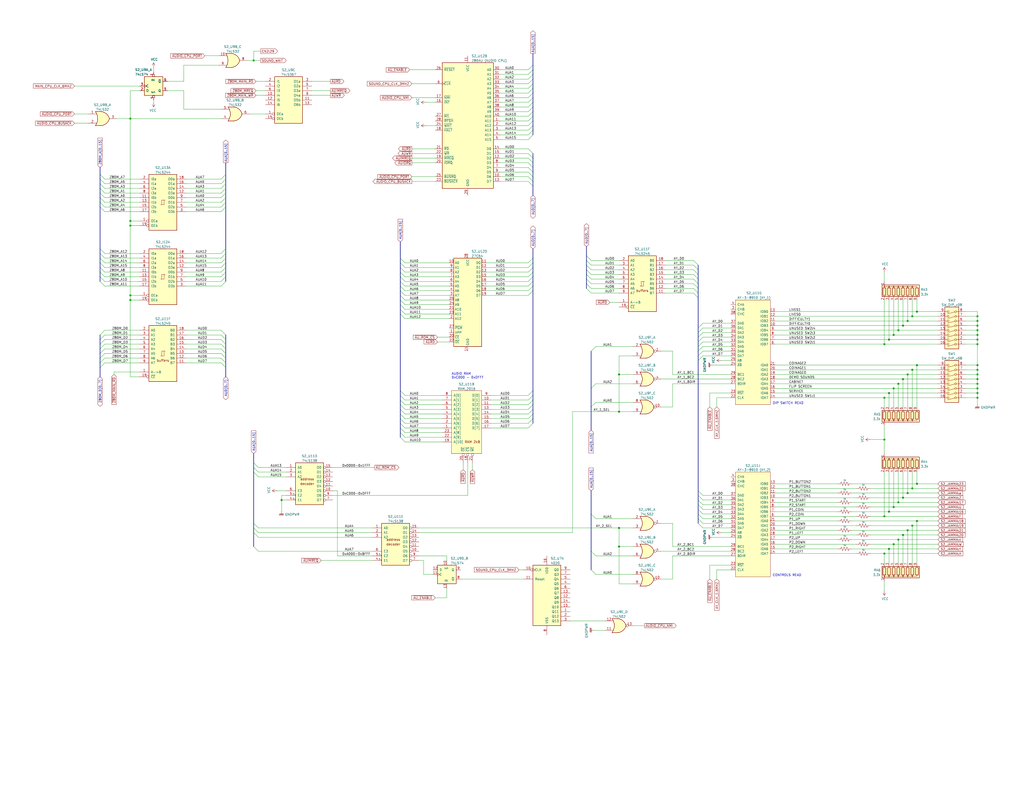
<source format=kicad_sch>
(kicad_sch (version 20211123) (generator eeschema)
  (paper "C")
  (title_block (title "Slapfight Arcade PCB") (company "Schematics created by Neil Ward & Anton Gale"))
  (junction (at 337.82 224.79))
  (junction (at 492.76 207.01))
  (junction (at 533.4 207.01))
  (junction (at 485.14 279.4))
  (junction (at 71.12 64.77))
  (junction (at 533.4 199.39))
  (junction (at 533.4 217.17))
  (junction (at 533.4 182.88))
  (junction (at 71.12 120.65))
  (junction (at 495.3 269.24))
  (junction (at 533.4 177.8))
  (junction (at 533.4 214.63))
  (junction (at 492.76 271.78))
  (junction (at 487.68 212.09))
  (junction (at 490.22 274.32))
  (junction (at 485.14 299.72))
  (junction (at 71.12 123.19))
  (junction (at 492.76 292.1))
  (junction (at 533.4 180.34))
  (junction (at 495.3 289.56))
  (junction (at 138.43 33.02))
  (junction (at 495.3 204.47))
  (junction (at 533.4 185.42))
  (junction (at 482.6 217.17))
  (junction (at 500.38 170.18))
  (junction (at 487.68 276.86))
  (junction (at 533.4 172.72))
  (junction (at 497.84 266.7))
  (junction (at 497.84 201.93))
  (junction (at 490.22 294.64))
  (junction (at 500.38 264.16))
  (junction (at 337.82 288.29))
  (junction (at 487.68 297.18))
  (junction (at 500.38 284.48))
  (junction (at 71.12 161.29))
  (junction (at 533.4 209.55))
  (junction (at 71.12 163.83))
  (junction (at 153.67 273.05))
  (junction (at 533.4 201.93))
  (junction (at 490.22 209.55))
  (junction (at 482.6 302.26))
  (junction (at 482.6 187.96))
  (junction (at 533.4 175.26))
  (junction (at 485.14 185.42))
  (junction (at 337.82 298.45))
  (junction (at 497.84 287.02))
  (junction (at 533.4 204.47))
  (junction (at 482.6 240.03))
  (junction (at 500.38 199.39))
  (junction (at 492.76 177.8))
  (junction (at 337.82 204.47))
  (junction (at 485.14 214.63))
  (junction (at 487.68 182.88))
  (junction (at 533.4 187.96))
  (junction (at 533.4 212.09))
  (junction (at 482.6 281.94))
  (junction (at 490.22 180.34))
  (junction (at 497.84 172.72))
  (junction (at 495.3 175.26))
  (bus_entry (at 57.15 193.04) (size -2.54 2.54))
  (bus_entry (at 120.65 187.96) (size 2.54 2.54))
  (bus_entry (at 383.54 273.05) (size -2.54 -2.54))
  (bus_entry (at 140.97 290.83) (size -2.54 -2.54))
  (bus_entry (at 120.65 182.88) (size 2.54 2.54))
  (bus_entry (at 57.15 148.59) (size -2.54 -2.54))
  (bus_entry (at 288.29 83.82) (size 2.54 2.54))
  (bus_entry (at 288.29 220.98) (size 2.54 -2.54))
  (bus_entry (at 57.15 100.33) (size -2.54 -2.54))
  (bus_entry (at 57.15 156.21) (size -2.54 -2.54))
  (bus_entry (at 383.54 278.13) (size -2.54 -2.54))
  (bus_entry (at 120.65 113.03) (size 2.54 -2.54))
  (bus_entry (at 57.15 107.95) (size -2.54 -2.54))
  (bus_entry (at 57.15 185.42) (size -2.54 2.54))
  (bus_entry (at 288.29 66.04) (size 2.54 -2.54))
  (bus_entry (at 288.29 73.66) (size 2.54 -2.54))
  (bus_entry (at 120.65 105.41) (size 2.54 -2.54))
  (bus_entry (at 288.29 81.28) (size 2.54 2.54))
  (bus_entry (at 220.98 158.75) (size -2.54 -2.54))
  (bus_entry (at 57.15 143.51) (size -2.54 -2.54))
  (bus_entry (at 288.29 215.9) (size 2.54 -2.54))
  (bus_entry (at 322.58 157.48) (size -2.54 -2.54))
  (bus_entry (at 288.29 233.68) (size 2.54 -2.54))
  (bus_entry (at 288.29 58.42) (size 2.54 -2.54))
  (bus_entry (at 57.15 180.34) (size -2.54 2.54))
  (bus_entry (at 325.12 303.53) (size -2.54 -2.54))
  (bus_entry (at 120.65 100.33) (size 2.54 -2.54))
  (bus_entry (at 288.29 223.52) (size 2.54 -2.54))
  (bus_entry (at 383.54 181.61) (size -2.54 2.54))
  (bus_entry (at 57.15 146.05) (size -2.54 -2.54))
  (bus_entry (at 120.65 195.58) (size 2.54 2.54))
  (bus_entry (at 220.98 163.83) (size -2.54 -2.54))
  (bus_entry (at 220.98 153.67) (size -2.54 -2.54))
  (bus_entry (at 378.46 154.94) (size 2.54 2.54))
  (bus_entry (at 383.54 189.23) (size -2.54 2.54))
  (bus_entry (at 220.98 161.29) (size -2.54 -2.54))
  (bus_entry (at 57.15 153.67) (size -2.54 -2.54))
  (bus_entry (at 120.65 193.04) (size 2.54 2.54))
  (bus_entry (at 120.65 143.51) (size 2.54 -2.54))
  (bus_entry (at 383.54 280.67) (size -2.54 -2.54))
  (bus_entry (at 288.29 40.64) (size 2.54 -2.54))
  (bus_entry (at 378.46 157.48) (size 2.54 2.54))
  (bus_entry (at 325.12 189.23) (size -2.54 2.54))
  (bus_entry (at 140.97 288.29) (size -2.54 -2.54))
  (bus_entry (at 220.98 220.98) (size -2.54 -2.54))
  (bus_entry (at 288.29 45.72) (size 2.54 -2.54))
  (bus_entry (at 288.29 148.59) (size 2.54 -2.54))
  (bus_entry (at 288.29 88.9) (size 2.54 2.54))
  (bus_entry (at 322.58 144.78) (size -2.54 -2.54))
  (bus_entry (at 288.29 226.06) (size 2.54 -2.54))
  (bus_entry (at 322.58 142.24) (size -2.54 -2.54))
  (bus_entry (at 288.29 99.06) (size 2.54 2.54))
  (bus_entry (at 220.98 238.76) (size -2.54 -2.54))
  (bus_entry (at 220.98 236.22) (size -2.54 -2.54))
  (bus_entry (at 220.98 226.06) (size -2.54 -2.54))
  (bus_entry (at 288.29 55.88) (size 2.54 -2.54))
  (bus_entry (at 288.29 156.21) (size 2.54 -2.54))
  (bus_entry (at 322.58 152.4) (size -2.54 -2.54))
  (bus_entry (at 383.54 176.53) (size -2.54 2.54))
  (bus_entry (at 288.29 91.44) (size 2.54 2.54))
  (bus_entry (at 378.46 142.24) (size 2.54 2.54))
  (bus_entry (at 57.15 138.43) (size -2.54 -2.54))
  (bus_entry (at 325.12 283.21) (size -2.54 -2.54))
  (bus_entry (at 288.29 96.52) (size 2.54 2.54))
  (bus_entry (at 383.54 191.77) (size -2.54 2.54))
  (bus_entry (at 57.15 102.87) (size -2.54 -2.54))
  (bus_entry (at 120.65 107.95) (size 2.54 -2.54))
  (bus_entry (at 140.97 255.27) (size -2.54 -2.54))
  (bus_entry (at 220.98 241.3) (size -2.54 -2.54))
  (bus_entry (at 120.65 180.34) (size 2.54 2.54))
  (bus_entry (at 325.12 313.69) (size -2.54 -2.54))
  (bus_entry (at 57.15 105.41) (size -2.54 -2.54))
  (bus_entry (at 57.15 190.5) (size -2.54 2.54))
  (bus_entry (at 288.29 50.8) (size 2.54 -2.54))
  (bus_entry (at 383.54 270.51) (size -2.54 -2.54))
  (bus_entry (at 120.65 110.49) (size 2.54 -2.54))
  (bus_entry (at 220.98 223.52) (size -2.54 -2.54))
  (bus_entry (at 288.29 71.12) (size 2.54 -2.54))
  (bus_entry (at 288.29 86.36) (size 2.54 2.54))
  (bus_entry (at 220.98 171.45) (size -2.54 -2.54))
  (bus_entry (at 383.54 288.29) (size -2.54 -2.54))
  (bus_entry (at 378.46 152.4) (size 2.54 2.54))
  (bus_entry (at 120.65 151.13) (size 2.54 -2.54))
  (bus_entry (at 120.65 138.43) (size 2.54 -2.54))
  (bus_entry (at 322.58 160.02) (size -2.54 -2.54))
  (bus_entry (at 378.46 160.02) (size 2.54 2.54))
  (bus_entry (at 288.29 53.34) (size 2.54 -2.54))
  (bus_entry (at 322.58 149.86) (size -2.54 -2.54))
  (bus_entry (at 288.29 63.5) (size 2.54 -2.54))
  (bus_entry (at 120.65 153.67) (size 2.54 -2.54))
  (bus_entry (at 57.15 182.88) (size -2.54 2.54))
  (bus_entry (at 120.65 146.05) (size 2.54 -2.54))
  (bus_entry (at 220.98 168.91) (size -2.54 -2.54))
  (bus_entry (at 288.29 153.67) (size 2.54 -2.54))
  (bus_entry (at 220.98 166.37) (size -2.54 -2.54))
  (bus_entry (at 288.29 228.6) (size 2.54 -2.54))
  (bus_entry (at 325.12 219.71) (size -2.54 2.54))
  (bus_entry (at 57.15 110.49) (size -2.54 -2.54))
  (bus_entry (at 288.29 146.05) (size 2.54 -2.54))
  (bus_entry (at 57.15 140.97) (size -2.54 -2.54))
  (bus_entry (at 288.29 60.96) (size 2.54 -2.54))
  (bus_entry (at 220.98 173.99) (size -2.54 -2.54))
  (bus_entry (at 288.29 143.51) (size 2.54 -2.54))
  (bus_entry (at 57.15 115.57) (size -2.54 -2.54))
  (bus_entry (at 220.98 231.14) (size -2.54 -2.54))
  (bus_entry (at 288.29 158.75) (size 2.54 -2.54))
  (bus_entry (at 383.54 184.15) (size -2.54 2.54))
  (bus_entry (at 120.65 102.87) (size 2.54 -2.54))
  (bus_entry (at 288.29 161.29) (size 2.54 -2.54))
  (bus_entry (at 120.65 190.5) (size 2.54 2.54))
  (bus_entry (at 288.29 231.14) (size 2.54 -2.54))
  (bus_entry (at 57.15 113.03) (size -2.54 -2.54))
  (bus_entry (at 325.12 209.55) (size -2.54 2.54))
  (bus_entry (at 322.58 154.94) (size -2.54 -2.54))
  (bus_entry (at 288.29 218.44) (size 2.54 -2.54))
  (bus_entry (at 220.98 156.21) (size -2.54 -2.54))
  (bus_entry (at 140.97 300.99) (size -2.54 -2.54))
  (bus_entry (at 120.65 185.42) (size 2.54 2.54))
  (bus_entry (at 220.98 146.05) (size -2.54 -2.54))
  (bus_entry (at 322.58 147.32) (size -2.54 -2.54))
  (bus_entry (at 120.65 140.97) (size 2.54 -2.54))
  (bus_entry (at 140.97 293.37) (size -2.54 -2.54))
  (bus_entry (at 57.15 187.96) (size -2.54 2.54))
  (bus_entry (at 288.29 43.18) (size 2.54 -2.54))
  (bus_entry (at 288.29 68.58) (size 2.54 -2.54))
  (bus_entry (at 383.54 285.75) (size -2.54 -2.54))
  (bus_entry (at 120.65 97.79) (size 2.54 -2.54))
  (bus_entry (at 120.65 198.12) (size 2.54 2.54))
  (bus_entry (at 288.29 38.1) (size 2.54 -2.54))
  (bus_entry (at 140.97 260.35) (size -2.54 -2.54))
  (bus_entry (at 383.54 194.31) (size -2.54 2.54))
  (bus_entry (at 378.46 147.32) (size 2.54 2.54))
  (bus_entry (at 288.29 48.26) (size 2.54 -2.54))
  (bus_entry (at 378.46 149.86) (size 2.54 2.54))
  (bus_entry (at 120.65 156.21) (size 2.54 -2.54))
  (bus_entry (at 220.98 218.44) (size -2.54 -2.54))
  (bus_entry (at 220.98 228.6) (size -2.54 -2.54))
  (bus_entry (at 220.98 233.68) (size -2.54 -2.54))
  (bus_entry (at 288.29 76.2) (size 2.54 -2.54))
  (bus_entry (at 120.65 148.59) (size 2.54 -2.54))
  (bus_entry (at 383.54 186.69) (size -2.54 2.54))
  (bus_entry (at 383.54 275.59) (size -2.54 -2.54))
  (bus_entry (at 383.54 283.21) (size -2.54 -2.54))
  (bus_entry (at 383.54 179.07) (size -2.54 2.54))
  (bus_entry (at 57.15 198.12) (size -2.54 2.54))
  (bus_entry (at 120.65 115.57) (size 2.54 -2.54))
  (bus_entry (at 220.98 151.13) (size -2.54 -2.54))
  (bus_entry (at 288.29 93.98) (size 2.54 2.54))
  (bus_entry (at 57.15 151.13) (size -2.54 -2.54))
  (bus_entry (at 220.98 143.51) (size -2.54 -2.54))
  (bus_entry (at 57.15 195.58) (size -2.54 2.54))
  (bus_entry (at 220.98 215.9) (size -2.54 -2.54))
  (bus_entry (at 140.97 257.81) (size -2.54 -2.54))
  (bus_entry (at 378.46 144.78) (size 2.54 2.54))
  (bus_entry (at 288.29 151.13) (size 2.54 -2.54))
  (bus_entry (at 220.98 148.59) (size -2.54 -2.54))
  (bus_entry (at 57.15 97.79) (size -2.54 -2.54))
  (wire (pts (xy 156.21 270.51) (xy 153.67 270.51)))
  (bus (pts (xy 290.83 156.21) (xy 290.83 153.67)))
  (wire (pts (xy 273.05 66.04) (xy 288.29 66.04)))
  (wire (pts (xy 40.64 62.23) (xy 48.26 62.23)))
  (wire (pts (xy 101.6 156.21) (xy 120.65 156.21)))
  (bus (pts (xy 123.19 143.51) (xy 123.19 146.05)))
  (wire (pts (xy 533.4 187.96) (xy 527.05 187.96)))
  (wire (pts (xy 363.22 160.02) (xy 378.46 160.02)))
  (wire (pts (xy 511.81 170.18) (xy 500.38 170.18)))
  (wire (pts (xy 228.6 290.83) (xy 312.42 290.83)))
  (wire (pts (xy 337.82 154.94) (xy 322.58 154.94)))
  (bus (pts (xy 123.19 107.95) (xy 123.19 110.49)))
  (wire (pts (xy 101.6 102.87) (xy 120.65 102.87)))
  (bus (pts (xy 290.83 220.98) (xy 290.83 218.44)))
  (wire (pts (xy 422.91 276.86) (xy 467.36 276.86)))
  (wire (pts (xy 241.3 236.22) (xy 220.98 236.22)))
  (wire (pts (xy 533.4 185.42) (xy 533.4 187.96)))
  (wire (pts (xy 398.78 280.67) (xy 383.54 280.67)))
  (wire (pts (xy 138.43 27.94) (xy 142.24 27.94)))
  (wire (pts (xy 367.03 298.45) (xy 398.78 298.45)))
  (wire (pts (xy 422.91 287.02) (xy 467.36 287.02)))
  (wire (pts (xy 474.98 271.78) (xy 492.76 271.78)))
  (wire (pts (xy 139.7 49.53) (xy 144.78 49.53)))
  (wire (pts (xy 388.62 293.37) (xy 398.78 293.37)))
  (wire (pts (xy 490.22 274.32) (xy 511.81 274.32)))
  (wire (pts (xy 265.43 143.51) (xy 288.29 143.51)))
  (wire (pts (xy 203.2 288.29) (xy 140.97 288.29)))
  (wire (pts (xy 76.2 190.5) (xy 57.15 190.5)))
  (wire (pts (xy 533.4 180.34) (xy 527.05 180.34)))
  (wire (pts (xy 464.82 279.4) (xy 485.14 279.4)))
  (wire (pts (xy 485.14 214.63) (xy 422.91 214.63)))
  (wire (pts (xy 224.79 86.36) (xy 237.49 86.36)))
  (wire (pts (xy 474.98 240.03) (xy 482.6 240.03)))
  (bus (pts (xy 290.83 35.56) (xy 290.83 38.1)))
  (wire (pts (xy 500.38 199.39) (xy 422.91 199.39)))
  (wire (pts (xy 224.79 81.28) (xy 237.49 81.28)))
  (wire (pts (xy 533.4 212.09) (xy 527.05 212.09)))
  (wire (pts (xy 464.82 269.24) (xy 495.3 269.24)))
  (bus (pts (xy 54.61 187.96) (xy 54.61 190.5)))
  (wire (pts (xy 153.67 270.51) (xy 153.67 273.05)))
  (wire (pts (xy 273.05 81.28) (xy 288.29 81.28)))
  (wire (pts (xy 100.33 44.45) (xy 100.33 35.56)))
  (wire (pts (xy 76.2 146.05) (xy 57.15 146.05)))
  (bus (pts (xy 290.83 40.64) (xy 290.83 43.18)))
  (wire (pts (xy 533.4 214.63) (xy 527.05 214.63)))
  (wire (pts (xy 500.38 199.39) (xy 500.38 222.25)))
  (wire (pts (xy 273.05 63.5) (xy 288.29 63.5)))
  (wire (pts (xy 398.78 278.13) (xy 383.54 278.13)))
  (bus (pts (xy 218.44 168.91) (xy 218.44 171.45)))
  (wire (pts (xy 422.91 269.24) (xy 457.2 269.24)))
  (bus (pts (xy 218.44 153.67) (xy 218.44 156.21)))
  (wire (pts (xy 490.22 180.34) (xy 422.91 180.34)))
  (wire (pts (xy 267.97 233.68) (xy 288.29 233.68)))
  (bus (pts (xy 54.61 110.49) (xy 54.61 113.03)))
  (wire (pts (xy 91.44 49.53) (xy 100.33 49.53)))
  (wire (pts (xy 76.2 140.97) (xy 57.15 140.97)))
  (wire (pts (xy 325.12 313.69) (xy 345.44 313.69)))
  (wire (pts (xy 393.7 290.83) (xy 398.78 290.83)))
  (wire (pts (xy 511.81 217.17) (xy 482.6 217.17)))
  (bus (pts (xy 290.83 55.88) (xy 290.83 58.42)))
  (bus (pts (xy 290.83 43.18) (xy 290.83 45.72)))
  (wire (pts (xy 139.7 52.07) (xy 144.78 52.07)))
  (bus (pts (xy 290.83 153.67) (xy 290.83 151.13)))
  (wire (pts (xy 203.2 300.99) (xy 140.97 300.99)))
  (wire (pts (xy 224.79 45.72) (xy 237.49 45.72)))
  (wire (pts (xy 101.6 198.12) (xy 120.65 198.12)))
  (wire (pts (xy 71.12 123.19) (xy 71.12 161.29)))
  (wire (pts (xy 76.2 113.03) (xy 57.15 113.03)))
  (bus (pts (xy 123.19 187.96) (xy 123.19 190.5)))
  (wire (pts (xy 241.3 241.3) (xy 220.98 241.3)))
  (bus (pts (xy 290.83 63.5) (xy 290.83 66.04)))
  (bus (pts (xy 218.44 231.14) (xy 218.44 233.68)))
  (wire (pts (xy 325.12 283.21) (xy 345.44 283.21)))
  (wire (pts (xy 224.79 99.06) (xy 237.49 99.06)))
  (wire (pts (xy 422.91 274.32) (xy 457.2 274.32)))
  (wire (pts (xy 490.22 294.64) (xy 490.22 307.34)))
  (wire (pts (xy 232.41 55.88) (xy 237.49 55.88)))
  (wire (pts (xy 76.2 151.13) (xy 57.15 151.13)))
  (wire (pts (xy 71.12 163.83) (xy 76.2 163.83)))
  (wire (pts (xy 422.91 266.7) (xy 467.36 266.7)))
  (wire (pts (xy 237.49 326.39) (xy 243.84 326.39)))
  (bus (pts (xy 123.19 151.13) (xy 123.19 153.67)))
  (bus (pts (xy 320.04 147.32) (xy 320.04 144.78)))
  (bus (pts (xy 218.44 223.52) (xy 218.44 226.06)))
  (wire (pts (xy 71.12 64.77) (xy 120.65 64.77)))
  (wire (pts (xy 273.05 93.98) (xy 288.29 93.98)))
  (wire (pts (xy 422.91 284.48) (xy 457.2 284.48)))
  (wire (pts (xy 482.6 148.59) (xy 482.6 153.67)))
  (wire (pts (xy 511.81 175.26) (xy 495.3 175.26)))
  (wire (pts (xy 345.44 224.79) (xy 337.82 224.79)))
  (wire (pts (xy 497.84 172.72) (xy 422.91 172.72)))
  (wire (pts (xy 487.68 182.88) (xy 422.91 182.88)))
  (wire (pts (xy 241.3 228.6) (xy 220.98 228.6)))
  (bus (pts (xy 218.44 143.51) (xy 218.44 146.05)))
  (wire (pts (xy 76.2 153.67) (xy 57.15 153.67)))
  (wire (pts (xy 83.82 36.83) (xy 83.82 39.37)))
  (wire (pts (xy 474.98 287.02) (xy 497.84 287.02)))
  (wire (pts (xy 398.78 189.23) (xy 383.54 189.23)))
  (wire (pts (xy 337.82 194.31) (xy 345.44 194.31)))
  (bus (pts (xy 123.19 185.42) (xy 123.19 187.96)))
  (bus (pts (xy 218.44 171.45) (xy 218.44 213.36)))
  (bus (pts (xy 218.44 140.97) (xy 218.44 143.51)))
  (wire (pts (xy 243.84 303.53) (xy 243.84 306.07)))
  (bus (pts (xy 54.61 146.05) (xy 54.61 148.59)))
  (bus (pts (xy 381 186.69) (xy 381 184.15)))
  (wire (pts (xy 135.89 62.23) (xy 144.78 62.23)))
  (wire (pts (xy 71.12 64.77) (xy 71.12 49.53)))
  (bus (pts (xy 290.83 53.34) (xy 290.83 55.88)))
  (wire (pts (xy 345.44 318.77) (xy 337.82 318.77)))
  (wire (pts (xy 241.3 226.06) (xy 220.98 226.06)))
  (wire (pts (xy 482.6 217.17) (xy 422.91 217.17)))
  (wire (pts (xy 533.4 214.63) (xy 533.4 217.17)))
  (wire (pts (xy 325.12 189.23) (xy 345.44 189.23)))
  (bus (pts (xy 218.44 226.06) (xy 218.44 228.6)))
  (wire (pts (xy 511.81 209.55) (xy 490.22 209.55)))
  (wire (pts (xy 482.6 232.41) (xy 482.6 240.03)))
  (wire (pts (xy 245.11 151.13) (xy 220.98 151.13)))
  (wire (pts (xy 337.82 142.24) (xy 322.58 142.24)))
  (bus (pts (xy 54.61 198.12) (xy 54.61 200.66)))
  (wire (pts (xy 273.05 43.18) (xy 288.29 43.18)))
  (wire (pts (xy 100.33 35.56) (xy 119.38 35.56)))
  (bus (pts (xy 290.83 38.1) (xy 290.83 40.64)))
  (wire (pts (xy 273.05 99.06) (xy 288.29 99.06)))
  (bus (pts (xy 218.44 163.83) (xy 218.44 166.37)))
  (wire (pts (xy 245.11 171.45) (xy 220.98 171.45)))
  (bus (pts (xy 290.83 50.8) (xy 290.83 53.34)))
  (wire (pts (xy 485.14 185.42) (xy 422.91 185.42)))
  (wire (pts (xy 337.82 149.86) (xy 322.58 149.86)))
  (wire (pts (xy 71.12 161.29) (xy 76.2 161.29)))
  (wire (pts (xy 245.11 156.21) (xy 220.98 156.21)))
  (bus (pts (xy 322.58 267.97) (xy 322.58 280.67)))
  (wire (pts (xy 398.78 194.31) (xy 383.54 194.31)))
  (wire (pts (xy 464.82 299.72) (xy 485.14 299.72)))
  (wire (pts (xy 273.05 68.58) (xy 288.29 68.58)))
  (bus (pts (xy 320.04 144.78) (xy 320.04 142.24)))
  (bus (pts (xy 290.83 29.21) (xy 290.83 35.56)))
  (wire (pts (xy 422.91 279.4) (xy 457.2 279.4)))
  (wire (pts (xy 387.35 316.23) (xy 387.35 308.61)))
  (wire (pts (xy 337.82 157.48) (xy 322.58 157.48)))
  (wire (pts (xy 245.11 146.05) (xy 220.98 146.05)))
  (wire (pts (xy 511.81 182.88) (xy 487.68 182.88)))
  (wire (pts (xy 492.76 271.78) (xy 511.81 271.78)))
  (wire (pts (xy 511.81 177.8) (xy 492.76 177.8)))
  (wire (pts (xy 398.78 285.75) (xy 383.54 285.75)))
  (wire (pts (xy 511.81 207.01) (xy 492.76 207.01)))
  (wire (pts (xy 482.6 302.26) (xy 482.6 307.34)))
  (wire (pts (xy 492.76 207.01) (xy 492.76 222.25)))
  (bus (pts (xy 320.04 152.4) (xy 320.04 149.86)))
  (wire (pts (xy 391.16 311.15) (xy 398.78 311.15)))
  (bus (pts (xy 54.61 102.87) (xy 54.61 105.41)))
  (wire (pts (xy 422.91 281.94) (xy 467.36 281.94)))
  (wire (pts (xy 83.82 55.88) (xy 83.82 54.61)))
  (bus (pts (xy 218.44 228.6) (xy 218.44 231.14)))
  (wire (pts (xy 273.05 76.2) (xy 288.29 76.2)))
  (wire (pts (xy 533.4 180.34) (xy 533.4 182.88)))
  (wire (pts (xy 273.05 48.26) (xy 288.29 48.26)))
  (bus (pts (xy 290.83 71.12) (xy 290.83 73.66)))
  (bus (pts (xy 290.83 45.72) (xy 290.83 48.26)))
  (wire (pts (xy 184.15 267.97) (xy 184.15 303.53)))
  (wire (pts (xy 311.15 339.09) (xy 330.2 339.09)))
  (wire (pts (xy 533.4 207.01) (xy 527.05 207.01)))
  (wire (pts (xy 101.6 185.42) (xy 120.65 185.42)))
  (wire (pts (xy 267.97 228.6) (xy 288.29 228.6)))
  (bus (pts (xy 123.19 182.88) (xy 123.19 185.42)))
  (wire (pts (xy 474.98 297.18) (xy 487.68 297.18)))
  (wire (pts (xy 387.35 214.63) (xy 398.78 214.63)))
  (wire (pts (xy 134.62 33.02) (xy 138.43 33.02)))
  (wire (pts (xy 245.11 161.29) (xy 220.98 161.29)))
  (wire (pts (xy 474.98 276.86) (xy 487.68 276.86)))
  (wire (pts (xy 228.6 303.53) (xy 243.84 303.53)))
  (bus (pts (xy 138.43 255.27) (xy 138.43 257.81)))
  (wire (pts (xy 170.18 52.07) (xy 180.34 52.07)))
  (wire (pts (xy 367.03 316.23) (xy 367.03 303.53)))
  (wire (pts (xy 273.05 86.36) (xy 288.29 86.36)))
  (bus (pts (xy 290.83 58.42) (xy 290.83 60.96)))
  (wire (pts (xy 76.2 115.57) (xy 57.15 115.57)))
  (wire (pts (xy 245.11 168.91) (xy 220.98 168.91)))
  (bus (pts (xy 123.19 102.87) (xy 123.19 105.41)))
  (wire (pts (xy 241.3 223.52) (xy 220.98 223.52)))
  (wire (pts (xy 533.4 172.72) (xy 527.05 172.72)))
  (wire (pts (xy 511.81 204.47) (xy 495.3 204.47)))
  (bus (pts (xy 54.61 193.04) (xy 54.61 195.58)))
  (wire (pts (xy 495.3 289.56) (xy 495.3 307.34)))
  (wire (pts (xy 101.6 143.51) (xy 120.65 143.51)))
  (bus (pts (xy 54.61 135.89) (xy 54.61 138.43)))
  (wire (pts (xy 138.43 33.02) (xy 142.24 33.02)))
  (wire (pts (xy 485.14 257.81) (xy 485.14 279.4)))
  (wire (pts (xy 265.43 148.59) (xy 288.29 148.59)))
  (wire (pts (xy 492.76 292.1) (xy 492.76 307.34)))
  (wire (pts (xy 337.82 298.45) (xy 345.44 298.45)))
  (bus (pts (xy 54.61 195.58) (xy 54.61 198.12)))
  (bus (pts (xy 218.44 213.36) (xy 218.44 215.9)))
  (bus (pts (xy 290.83 88.9) (xy 290.83 91.44)))
  (wire (pts (xy 363.22 157.48) (xy 378.46 157.48)))
  (wire (pts (xy 101.6 105.41) (xy 120.65 105.41)))
  (wire (pts (xy 325.12 219.71) (xy 345.44 219.71)))
  (wire (pts (xy 337.82 288.29) (xy 345.44 288.29)))
  (bus (pts (xy 290.83 60.96) (xy 290.83 63.5)))
  (wire (pts (xy 511.81 214.63) (xy 485.14 214.63)))
  (bus (pts (xy 218.44 236.22) (xy 218.44 238.76)))
  (bus (pts (xy 381 152.4) (xy 381 149.86)))
  (bus (pts (xy 123.19 88.9) (xy 123.19 95.25)))
  (wire (pts (xy 474.98 302.26) (xy 482.6 302.26)))
  (wire (pts (xy 511.81 185.42) (xy 485.14 185.42)))
  (wire (pts (xy 398.78 288.29) (xy 383.54 288.29)))
  (bus (pts (xy 290.83 48.26) (xy 290.83 50.8)))
  (wire (pts (xy 533.4 170.18) (xy 533.4 172.72)))
  (wire (pts (xy 252.73 252.73) (xy 252.73 256.54)))
  (wire (pts (xy 487.68 297.18) (xy 511.81 297.18)))
  (wire (pts (xy 76.2 105.41) (xy 57.15 105.41)))
  (wire (pts (xy 487.68 212.09) (xy 422.91 212.09)))
  (wire (pts (xy 398.78 270.51) (xy 383.54 270.51)))
  (bus (pts (xy 138.43 285.75) (xy 138.43 288.29)))
  (wire (pts (xy 267.97 218.44) (xy 288.29 218.44)))
  (wire (pts (xy 482.6 187.96) (xy 422.91 187.96)))
  (wire (pts (xy 337.82 298.45) (xy 337.82 288.29)))
  (bus (pts (xy 123.19 146.05) (xy 123.19 148.59)))
  (wire (pts (xy 203.2 293.37) (xy 140.97 293.37)))
  (wire (pts (xy 511.81 172.72) (xy 497.84 172.72)))
  (wire (pts (xy 527.05 170.18) (xy 533.4 170.18)))
  (bus (pts (xy 381 270.51) (xy 381 273.05)))
  (wire (pts (xy 273.05 91.44) (xy 288.29 91.44)))
  (wire (pts (xy 490.22 257.81) (xy 490.22 274.32)))
  (bus (pts (xy 290.83 83.82) (xy 290.83 86.36)))
  (wire (pts (xy 101.6 110.49) (xy 120.65 110.49)))
  (wire (pts (xy 224.79 83.82) (xy 237.49 83.82)))
  (bus (pts (xy 123.19 200.66) (xy 123.19 205.74)))
  (wire (pts (xy 533.4 201.93) (xy 533.4 204.47)))
  (bus (pts (xy 218.44 156.21) (xy 218.44 158.75)))
  (bus (pts (xy 54.61 182.88) (xy 54.61 185.42)))
  (wire (pts (xy 533.4 177.8) (xy 527.05 177.8)))
  (wire (pts (xy 265.43 156.21) (xy 288.29 156.21)))
  (bus (pts (xy 290.83 228.6) (xy 290.83 226.06)))
  (wire (pts (xy 533.4 182.88) (xy 527.05 182.88)))
  (bus (pts (xy 123.19 198.12) (xy 123.19 200.66)))
  (wire (pts (xy 485.14 299.72) (xy 485.14 307.34)))
  (wire (pts (xy 464.82 264.16) (xy 500.38 264.16)))
  (wire (pts (xy 492.76 163.83) (xy 492.76 177.8)))
  (wire (pts (xy 101.6 187.96) (xy 120.65 187.96)))
  (wire (pts (xy 273.05 55.88) (xy 288.29 55.88)))
  (wire (pts (xy 71.12 163.83) (xy 71.12 205.74)))
  (wire (pts (xy 360.68 191.77) (xy 367.03 191.77)))
  (bus (pts (xy 290.83 215.9) (xy 290.83 213.36)))
  (bus (pts (xy 138.43 257.81) (xy 138.43 285.75)))
  (bus (pts (xy 322.58 300.99) (xy 322.58 311.15)))
  (wire (pts (xy 283.21 311.15) (xy 285.75 311.15)))
  (wire (pts (xy 422.91 271.78) (xy 467.36 271.78)))
  (wire (pts (xy 241.3 238.76) (xy 220.98 238.76)))
  (wire (pts (xy 391.16 222.25) (xy 391.16 217.17)))
  (bus (pts (xy 290.83 148.59) (xy 290.83 146.05)))
  (wire (pts (xy 76.2 187.96) (xy 57.15 187.96)))
  (wire (pts (xy 76.2 138.43) (xy 57.15 138.43)))
  (wire (pts (xy 360.68 316.23) (xy 367.03 316.23)))
  (wire (pts (xy 181.61 255.27) (xy 204.47 255.27)))
  (wire (pts (xy 251.46 316.23) (xy 285.75 316.23)))
  (bus (pts (xy 290.83 91.44) (xy 290.83 93.98)))
  (bus (pts (xy 290.83 223.52) (xy 290.83 220.98)))
  (wire (pts (xy 265.43 153.67) (xy 288.29 153.67)))
  (wire (pts (xy 76.2 193.04) (xy 57.15 193.04)))
  (wire (pts (xy 267.97 220.98) (xy 288.29 220.98)))
  (wire (pts (xy 363.22 142.24) (xy 378.46 142.24)))
  (bus (pts (xy 54.61 151.13) (xy 54.61 153.67)))
  (wire (pts (xy 360.68 300.99) (xy 398.78 300.99)))
  (bus (pts (xy 218.44 161.29) (xy 218.44 163.83)))
  (wire (pts (xy 223.52 38.1) (xy 237.49 38.1)))
  (wire (pts (xy 482.6 257.81) (xy 482.6 281.94)))
  (wire (pts (xy 76.2 195.58) (xy 57.15 195.58)))
  (bus (pts (xy 290.83 143.51) (xy 290.83 140.97)))
  (wire (pts (xy 156.21 260.35) (xy 140.97 260.35)))
  (wire (pts (xy 273.05 60.96) (xy 288.29 60.96)))
  (wire (pts (xy 170.18 49.53) (xy 180.34 49.53)))
  (wire (pts (xy 464.82 294.64) (xy 490.22 294.64)))
  (bus (pts (xy 123.19 190.5) (xy 123.19 193.04)))
  (bus (pts (xy 290.83 140.97) (xy 290.83 135.89)))
  (wire (pts (xy 337.82 160.02) (xy 322.58 160.02)))
  (wire (pts (xy 273.05 45.72) (xy 288.29 45.72)))
  (bus (pts (xy 320.04 139.7) (xy 320.04 134.62)))
  (bus (pts (xy 54.61 200.66) (xy 54.61 205.74)))
  (bus (pts (xy 218.44 148.59) (xy 218.44 151.13)))
  (wire (pts (xy 363.22 147.32) (xy 378.46 147.32)))
  (bus (pts (xy 381 160.02) (xy 381 157.48)))
  (wire (pts (xy 273.05 96.52) (xy 288.29 96.52)))
  (wire (pts (xy 170.18 44.45) (xy 180.34 44.45)))
  (wire (pts (xy 360.68 285.75) (xy 367.03 285.75)))
  (wire (pts (xy 100.33 49.53) (xy 100.33 59.69)))
  (wire (pts (xy 474.98 281.94) (xy 482.6 281.94)))
  (wire (pts (xy 184.15 303.53) (xy 203.2 303.53)))
  (wire (pts (xy 511.81 212.09) (xy 487.68 212.09)))
  (bus (pts (xy 322.58 280.67) (xy 322.58 300.99)))
  (wire (pts (xy 76.2 148.59) (xy 57.15 148.59)))
  (wire (pts (xy 482.6 322.58) (xy 482.6 317.5)))
  (wire (pts (xy 495.3 204.47) (xy 422.91 204.47)))
  (wire (pts (xy 490.22 209.55) (xy 422.91 209.55)))
  (wire (pts (xy 533.4 212.09) (xy 533.4 214.63)))
  (wire (pts (xy 398.78 184.15) (xy 383.54 184.15)))
  (wire (pts (xy 245.11 173.99) (xy 220.98 173.99)))
  (wire (pts (xy 245.11 153.67) (xy 220.98 153.67)))
  (wire (pts (xy 363.22 154.94) (xy 378.46 154.94)))
  (wire (pts (xy 533.4 199.39) (xy 533.4 201.93)))
  (bus (pts (xy 290.83 158.75) (xy 290.83 213.36)))
  (wire (pts (xy 40.64 67.31) (xy 48.26 67.31)))
  (wire (pts (xy 101.6 97.79) (xy 120.65 97.79)))
  (wire (pts (xy 388.62 199.39) (xy 398.78 199.39)))
  (wire (pts (xy 422.91 297.18) (xy 467.36 297.18)))
  (wire (pts (xy 511.81 180.34) (xy 490.22 180.34)))
  (wire (pts (xy 391.16 217.17) (xy 398.78 217.17)))
  (wire (pts (xy 490.22 163.83) (xy 490.22 180.34)))
  (wire (pts (xy 497.84 201.93) (xy 422.91 201.93)))
  (wire (pts (xy 71.12 64.77) (xy 71.12 120.65)))
  (bus (pts (xy 123.19 138.43) (xy 123.19 140.97)))
  (wire (pts (xy 497.84 287.02) (xy 497.84 307.34)))
  (bus (pts (xy 381 275.59) (xy 381 278.13)))
  (bus (pts (xy 322.58 212.09) (xy 322.58 191.77)))
  (wire (pts (xy 337.82 144.78) (xy 322.58 144.78)))
  (wire (pts (xy 273.05 58.42) (xy 288.29 58.42)))
  (wire (pts (xy 71.12 123.19) (xy 76.2 123.19)))
  (bus (pts (xy 54.61 91.44) (xy 54.61 95.25)))
  (wire (pts (xy 231.14 313.69) (xy 236.22 313.69)))
  (wire (pts (xy 76.2 185.42) (xy 57.15 185.42)))
  (bus (pts (xy 381 181.61) (xy 381 179.07)))
  (wire (pts (xy 487.68 297.18) (xy 487.68 307.34)))
  (bus (pts (xy 381 157.48) (xy 381 154.94)))
  (bus (pts (xy 138.43 247.65) (xy 138.43 252.73)))
  (wire (pts (xy 422.91 264.16) (xy 457.2 264.16)))
  (wire (pts (xy 367.03 191.77) (xy 367.03 204.47)))
  (wire (pts (xy 245.11 158.75) (xy 220.98 158.75)))
  (wire (pts (xy 363.22 149.86) (xy 378.46 149.86)))
  (wire (pts (xy 533.4 201.93) (xy 527.05 201.93)))
  (wire (pts (xy 482.6 240.03) (xy 482.6 247.65)))
  (bus (pts (xy 123.19 110.49) (xy 123.19 113.03)))
  (bus (pts (xy 381 280.67) (xy 381 283.21)))
  (wire (pts (xy 500.38 163.83) (xy 500.38 170.18)))
  (wire (pts (xy 101.6 107.95) (xy 120.65 107.95)))
  (bus (pts (xy 381 280.67) (xy 381 278.13)))
  (wire (pts (xy 257.81 252.73) (xy 257.81 256.54)))
  (wire (pts (xy 224.79 96.52) (xy 237.49 96.52)))
  (wire (pts (xy 181.61 267.97) (xy 184.15 267.97)))
  (wire (pts (xy 273.05 38.1) (xy 288.29 38.1)))
  (wire (pts (xy 267.97 226.06) (xy 288.29 226.06)))
  (wire (pts (xy 345.44 341.63) (xy 351.79 341.63)))
  (bus (pts (xy 123.19 148.59) (xy 123.19 151.13)))
  (bus (pts (xy 290.83 101.6) (xy 290.83 106.68)))
  (bus (pts (xy 123.19 113.03) (xy 123.19 135.89)))
  (bus (pts (xy 123.19 195.58) (xy 123.19 198.12)))
  (wire (pts (xy 511.81 201.93) (xy 497.84 201.93)))
  (wire (pts (xy 156.21 255.27) (xy 140.97 255.27)))
  (wire (pts (xy 487.68 212.09) (xy 487.68 222.25)))
  (wire (pts (xy 101.6 115.57) (xy 120.65 115.57)))
  (bus (pts (xy 320.04 142.24) (xy 320.04 139.7)))
  (bus (pts (xy 54.61 107.95) (xy 54.61 110.49)))
  (wire (pts (xy 62.23 204.47) (xy 62.23 203.2)))
  (wire (pts (xy 500.38 284.48) (xy 500.38 307.34)))
  (wire (pts (xy 398.78 191.77) (xy 383.54 191.77)))
  (wire (pts (xy 527.05 199.39) (xy 533.4 199.39)))
  (wire (pts (xy 71.12 120.65) (xy 71.12 123.19)))
  (bus (pts (xy 381 184.15) (xy 381 181.61)))
  (wire (pts (xy 76.2 120.65) (xy 71.12 120.65)))
  (bus (pts (xy 218.44 220.98) (xy 218.44 223.52)))
  (wire (pts (xy 273.05 50.8) (xy 288.29 50.8)))
  (wire (pts (xy 367.03 303.53) (xy 398.78 303.53)))
  (wire (pts (xy 360.68 207.01) (xy 398.78 207.01)))
  (wire (pts (xy 228.6 306.07) (xy 231.14 306.07)))
  (wire (pts (xy 76.2 102.87) (xy 57.15 102.87)))
  (bus (pts (xy 123.19 140.97) (xy 123.19 143.51)))
  (bus (pts (xy 54.61 185.42) (xy 54.61 187.96)))
  (wire (pts (xy 181.61 270.51) (xy 255.27 270.51)))
  (bus (pts (xy 54.61 97.79) (xy 54.61 100.33)))
  (wire (pts (xy 422.91 289.56) (xy 457.2 289.56)))
  (wire (pts (xy 101.6 140.97) (xy 120.65 140.97)))
  (wire (pts (xy 265.43 151.13) (xy 288.29 151.13)))
  (wire (pts (xy 101.6 100.33) (xy 120.65 100.33)))
  (wire (pts (xy 76.2 100.33) (xy 57.15 100.33)))
  (wire (pts (xy 101.6 146.05) (xy 120.65 146.05)))
  (wire (pts (xy 363.22 152.4) (xy 378.46 152.4)))
  (wire (pts (xy 312.42 290.83) (xy 312.42 224.79)))
  (bus (pts (xy 290.83 99.06) (xy 290.83 101.6)))
  (wire (pts (xy 487.68 276.86) (xy 511.81 276.86)))
  (bus (pts (xy 290.83 96.52) (xy 290.83 99.06)))
  (bus (pts (xy 123.19 193.04) (xy 123.19 195.58)))
  (wire (pts (xy 332.74 165.1) (xy 337.82 165.1)))
  (bus (pts (xy 290.83 68.58) (xy 290.83 71.12)))
  (wire (pts (xy 265.43 146.05) (xy 288.29 146.05)))
  (wire (pts (xy 487.68 257.81) (xy 487.68 276.86)))
  (wire (pts (xy 533.4 204.47) (xy 527.05 204.47)))
  (wire (pts (xy 485.14 163.83) (xy 485.14 185.42)))
  (bus (pts (xy 290.83 151.13) (xy 290.83 148.59)))
  (wire (pts (xy 500.38 264.16) (xy 511.81 264.16)))
  (bus (pts (xy 54.61 143.51) (xy 54.61 146.05)))
  (wire (pts (xy 398.78 186.69) (xy 383.54 186.69)))
  (wire (pts (xy 76.2 180.34) (xy 57.15 180.34)))
  (wire (pts (xy 76.2 143.51) (xy 57.15 143.51)))
  (wire (pts (xy 101.6 148.59) (xy 120.65 148.59)))
  (wire (pts (xy 533.4 217.17) (xy 533.4 220.98)))
  (wire (pts (xy 422.91 292.1) (xy 467.36 292.1)))
  (wire (pts (xy 228.6 288.29) (xy 337.82 288.29)))
  (wire (pts (xy 490.22 209.55) (xy 490.22 222.25)))
  (bus (pts (xy 123.19 105.41) (xy 123.19 107.95)))
  (wire (pts (xy 273.05 83.82) (xy 288.29 83.82)))
  (bus (pts (xy 218.44 132.08) (xy 218.44 140.97)))
  (wire (pts (xy 111.76 30.48) (xy 119.38 30.48)))
  (wire (pts (xy 101.6 138.43) (xy 120.65 138.43)))
  (bus (pts (xy 138.43 252.73) (xy 138.43 255.27)))
  (wire (pts (xy 363.22 144.78) (xy 378.46 144.78)))
  (bus (pts (xy 381 194.31) (xy 381 191.77)))
  (wire (pts (xy 267.97 215.9) (xy 288.29 215.9)))
  (wire (pts (xy 62.23 203.2) (xy 76.2 203.2)))
  (bus (pts (xy 218.44 151.13) (xy 218.44 153.67)))
  (wire (pts (xy 387.35 308.61) (xy 398.78 308.61)))
  (wire (pts (xy 497.84 257.81) (xy 497.84 266.7)))
  (bus (pts (xy 290.83 66.04) (xy 290.83 68.58)))
  (bus (pts (xy 290.83 218.44) (xy 290.83 215.9)))
  (wire (pts (xy 224.79 53.34) (xy 237.49 53.34)))
  (wire (pts (xy 245.11 143.51) (xy 220.98 143.51)))
  (bus (pts (xy 54.61 190.5) (xy 54.61 193.04)))
  (wire (pts (xy 337.82 204.47) (xy 337.82 194.31)))
  (wire (pts (xy 241.3 220.98) (xy 220.98 220.98)))
  (bus (pts (xy 54.61 95.25) (xy 54.61 97.79)))
  (wire (pts (xy 101.6 190.5) (xy 120.65 190.5)))
  (wire (pts (xy 153.67 273.05) (xy 153.67 279.4)))
  (wire (pts (xy 500.38 284.48) (xy 511.81 284.48)))
  (wire (pts (xy 490.22 294.64) (xy 511.81 294.64)))
  (wire (pts (xy 492.76 207.01) (xy 422.91 207.01)))
  (wire (pts (xy 398.78 275.59) (xy 383.54 275.59)))
  (wire (pts (xy 76.2 110.49) (xy 57.15 110.49)))
  (wire (pts (xy 91.44 44.45) (xy 100.33 44.45)))
  (wire (pts (xy 482.6 281.94) (xy 511.81 281.94)))
  (wire (pts (xy 422.91 299.72) (xy 457.2 299.72)))
  (wire (pts (xy 101.6 113.03) (xy 120.65 113.03)))
  (wire (pts (xy 367.03 204.47) (xy 398.78 204.47)))
  (wire (pts (xy 367.03 209.55) (xy 398.78 209.55)))
  (wire (pts (xy 273.05 40.64) (xy 288.29 40.64)))
  (wire (pts (xy 391.16 316.23) (xy 391.16 311.15)))
  (bus (pts (xy 381 162.56) (xy 381 160.02)))
  (wire (pts (xy 238.76 186.69) (xy 245.11 186.69)))
  (wire (pts (xy 245.11 163.83) (xy 220.98 163.83)))
  (wire (pts (xy 151.13 267.97) (xy 156.21 267.97)))
  (wire (pts (xy 255.27 252.73) (xy 255.27 270.51)))
  (bus (pts (xy 54.61 148.59) (xy 54.61 151.13)))
  (wire (pts (xy 337.82 147.32) (xy 322.58 147.32)))
  (wire (pts (xy 533.4 217.17) (xy 527.05 217.17)))
  (bus (pts (xy 381 189.23) (xy 381 186.69)))
  (wire (pts (xy 243.84 326.39) (xy 243.84 321.31)))
  (bus (pts (xy 381 179.07) (xy 381 162.56)))
  (wire (pts (xy 533.4 209.55) (xy 533.4 212.09)))
  (wire (pts (xy 511.81 199.39) (xy 500.38 199.39)))
  (wire (pts (xy 101.6 195.58) (xy 120.65 195.58)))
  (wire (pts (xy 464.82 274.32) (xy 490.22 274.32)))
  (wire (pts (xy 71.12 49.53) (xy 76.2 49.53)))
  (bus (pts (xy 290.83 146.05) (xy 290.83 143.51)))
  (wire (pts (xy 101.6 180.34) (xy 120.65 180.34)))
  (bus (pts (xy 290.83 93.98) (xy 290.83 96.52)))
  (wire (pts (xy 393.7 196.85) (xy 398.78 196.85)))
  (bus (pts (xy 381 154.94) (xy 381 152.4)))
  (wire (pts (xy 76.2 156.21) (xy 57.15 156.21)))
  (wire (pts (xy 398.78 176.53) (xy 383.54 176.53)))
  (bus (pts (xy 381 273.05) (xy 381 275.59)))
  (wire (pts (xy 482.6 163.83) (xy 482.6 187.96)))
  (wire (pts (xy 482.6 217.17) (xy 482.6 222.25)))
  (wire (pts (xy 398.78 273.05) (xy 383.54 273.05)))
  (wire (pts (xy 492.76 257.81) (xy 492.76 271.78)))
  (bus (pts (xy 320.04 154.94) (xy 320.04 152.4)))
  (wire (pts (xy 273.05 88.9) (xy 288.29 88.9)))
  (bus (pts (xy 290.83 86.36) (xy 290.83 88.9)))
  (wire (pts (xy 495.3 163.83) (xy 495.3 175.26)))
  (bus (pts (xy 381 283.21) (xy 381 285.75)))
  (wire (pts (xy 497.84 266.7) (xy 511.81 266.7)))
  (wire (pts (xy 495.3 257.81) (xy 495.3 269.24)))
  (wire (pts (xy 500.38 257.81) (xy 500.38 264.16)))
  (wire (pts (xy 245.11 148.59) (xy 220.98 148.59)))
  (wire (pts (xy 492.76 292.1) (xy 511.81 292.1)))
  (wire (pts (xy 273.05 71.12) (xy 288.29 71.12)))
  (wire (pts (xy 533.4 187.96) (xy 533.4 199.39)))
  (wire (pts (xy 76.2 182.88) (xy 57.15 182.88)))
  (wire (pts (xy 533.4 175.26) (xy 533.4 177.8)))
  (bus (pts (xy 138.43 288.29) (xy 138.43 290.83)))
  (wire (pts (xy 533.4 175.26) (xy 527.05 175.26)))
  (wire (pts (xy 398.78 283.21) (xy 383.54 283.21)))
  (wire (pts (xy 337.82 204.47) (xy 345.44 204.47)))
  (bus (pts (xy 381 196.85) (xy 381 194.31)))
  (bus (pts (xy 381 147.32) (xy 381 144.78)))
  (wire (pts (xy 474.98 292.1) (xy 492.76 292.1)))
  (wire (pts (xy 76.2 107.95) (xy 57.15 107.95)))
  (wire (pts (xy 265.43 158.75) (xy 288.29 158.75)))
  (wire (pts (xy 40.64 46.99) (xy 76.2 46.99)))
  (bus (pts (xy 322.58 222.25) (xy 322.58 212.09)))
  (bus (pts (xy 322.58 222.25) (xy 322.58 234.95)))
  (bus (pts (xy 381 267.97) (xy 381 196.85)))
  (wire (pts (xy 156.21 257.81) (xy 140.97 257.81)))
  (wire (pts (xy 241.3 233.68) (xy 220.98 233.68)))
  (wire (pts (xy 500.38 170.18) (xy 422.91 170.18)))
  (wire (pts (xy 422.91 302.26) (xy 467.36 302.26)))
  (wire (pts (xy 533.4 185.42) (xy 527.05 185.42)))
  (wire (pts (xy 337.82 224.79) (xy 337.82 204.47)))
  (wire (pts (xy 267.97 223.52) (xy 288.29 223.52)))
  (bus (pts (xy 123.19 100.33) (xy 123.19 102.87)))
  (wire (pts (xy 398.78 179.07) (xy 383.54 179.07)))
  (wire (pts (xy 497.84 287.02) (xy 511.81 287.02)))
  (wire (pts (xy 267.97 231.14) (xy 288.29 231.14)))
  (bus (pts (xy 218.44 218.44) (xy 218.44 220.98)))
  (wire (pts (xy 495.3 289.56) (xy 511.81 289.56)))
  (wire (pts (xy 101.6 182.88) (xy 120.65 182.88)))
  (wire (pts (xy 156.21 273.05) (xy 153.67 273.05)))
  (wire (pts (xy 367.03 285.75) (xy 367.03 298.45)))
  (wire (pts (xy 485.14 299.72) (xy 511.81 299.72)))
  (wire (pts (xy 76.2 198.12) (xy 57.15 198.12)))
  (wire (pts (xy 387.35 222.25) (xy 387.35 214.63)))
  (bus (pts (xy 290.83 231.14) (xy 290.83 228.6)))
  (bus (pts (xy 54.61 138.43) (xy 54.61 140.97)))
  (wire (pts (xy 76.2 97.79) (xy 57.15 97.79)))
  (wire (pts (xy 533.4 172.72) (xy 533.4 175.26)))
  (wire (pts (xy 464.82 289.56) (xy 495.3 289.56)))
  (bus (pts (xy 320.04 157.48) (xy 320.04 154.94)))
  (wire (pts (xy 487.68 163.83) (xy 487.68 182.88)))
  (bus (pts (xy 381 267.97) (xy 381 270.51)))
  (wire (pts (xy 175.26 306.07) (xy 203.2 306.07)))
  (bus (pts (xy 218.44 233.68) (xy 218.44 236.22)))
  (wire (pts (xy 495.3 204.47) (xy 495.3 222.25)))
  (wire (pts (xy 482.6 302.26) (xy 511.81 302.26)))
  (wire (pts (xy 533.4 182.88) (xy 533.4 185.42)))
  (wire (pts (xy 497.84 201.93) (xy 497.84 222.25)))
  (wire (pts (xy 138.43 33.02) (xy 138.43 27.94)))
  (wire (pts (xy 241.3 215.9) (xy 220.98 215.9)))
  (bus (pts (xy 54.61 113.03) (xy 54.61 135.89)))
  (bus (pts (xy 290.83 226.06) (xy 290.83 223.52)))
  (wire (pts (xy 224.79 88.9) (xy 237.49 88.9)))
  (bus (pts (xy 123.19 97.79) (xy 123.19 100.33)))
  (wire (pts (xy 533.4 204.47) (xy 533.4 207.01)))
  (wire (pts (xy 71.12 161.29) (xy 71.12 163.83)))
  (wire (pts (xy 325.12 303.53) (xy 345.44 303.53)))
  (wire (pts (xy 337.82 318.77) (xy 337.82 298.45)))
  (bus (pts (xy 54.61 105.41) (xy 54.61 107.95)))
  (bus (pts (xy 381 149.86) (xy 381 147.32)))
  (wire (pts (xy 492.76 177.8) (xy 422.91 177.8)))
  (wire (pts (xy 238.76 184.15) (xy 245.11 184.15)))
  (wire (pts (xy 265.43 161.29) (xy 288.29 161.29)))
  (wire (pts (xy 422.91 294.64) (xy 457.2 294.64)))
  (wire (pts (xy 533.4 177.8) (xy 533.4 180.34)))
  (wire (pts (xy 312.42 224.79) (xy 337.82 224.79)))
  (wire (pts (xy 325.12 209.55) (xy 345.44 209.55)))
  (wire (pts (xy 511.81 187.96) (xy 482.6 187.96)))
  (wire (pts (xy 398.78 181.61) (xy 383.54 181.61)))
  (wire (pts (xy 464.82 284.48) (xy 500.38 284.48)))
  (wire (pts (xy 485.14 279.4) (xy 511.81 279.4)))
  (wire (pts (xy 337.82 152.4) (xy 322.58 152.4)))
  (wire (pts (xy 241.3 231.14) (xy 220.98 231.14)))
  (bus (pts (xy 218.44 166.37) (xy 218.44 168.91)))
  (wire (pts (xy 497.84 163.83) (xy 497.84 172.72)))
  (wire (pts (xy 101.6 193.04) (xy 120.65 193.04)))
  (wire (pts (xy 273.05 73.66) (xy 288.29 73.66)))
  (wire (pts (xy 241.3 218.44) (xy 220.98 218.44)))
  (bus (pts (xy 54.61 140.97) (xy 54.61 143.51)))
  (wire (pts (xy 101.6 153.67) (xy 120.65 153.67)))
  (wire (pts (xy 63.5 64.77) (xy 71.12 64.77)))
  (bus (pts (xy 218.44 146.05) (xy 218.44 148.59)))
  (bus (pts (xy 123.19 135.89) (xy 123.19 138.43)))
  (bus (pts (xy 290.83 158.75) (xy 290.83 156.21)))
  (wire (pts (xy 330.2 344.17) (xy 323.85 344.17)))
  (bus (pts (xy 218.44 158.75) (xy 218.44 161.29)))
  (bus (pts (xy 381 191.77) (xy 381 189.23)))
  (wire (pts (xy 533.4 209.55) (xy 527.05 209.55)))
  (wire (pts (xy 367.03 222.25) (xy 367.03 209.55)))
  (wire (pts (xy 485.14 214.63) (xy 485.14 222.25)))
  (bus (pts (xy 123.19 95.25) (xy 123.19 97.79)))
  (wire (pts (xy 273.05 53.34) (xy 288.29 53.34)))
  (wire (pts (xy 360.68 222.25) (xy 367.03 222.25)))
  (wire (pts (xy 245.11 166.37) (xy 220.98 166.37)))
  (wire (pts (xy 495.3 269.24) (xy 511.81 269.24)))
  (wire (pts (xy 100.33 59.69) (xy 120.65 59.69)))
  (wire (pts (xy 139.7 44.45) (xy 144.78 44.45)))
  (wire (pts (xy 495.3 175.26) (xy 422.91 175.26)))
  (wire (pts (xy 232.41 68.58) (xy 237.49 68.58)))
  (wire (pts (xy 203.2 290.83) (xy 140.97 290.83)))
  (wire (pts (xy 533.4 207.01) (xy 533.4 209.55)))
  (wire (pts (xy 474.98 266.7) (xy 497.84 266.7)))
  (bus (pts (xy 138.43 290.83) (xy 138.43 298.45)))
  (bus (pts (xy 320.04 149.86) (xy 320.04 147.32)))
  (wire (pts (xy 71.12 205.74) (xy 76.2 205.74)))
  (wire (pts (xy 231.14 306.07) (xy 231.14 313.69)))
  (bus (pts (xy 54.61 100.33) (xy 54.61 102.87)))
  (wire (pts (xy 101.6 151.13) (xy 120.65 151.13)))
  (bus (pts (xy 218.44 215.9) (xy 218.44 218.44)))
  (text "AUDIO RAM\n0xC000 - 0xDFFF" (at 246.38 207.01 0) (effects (font (size 1.27 1.27)) (justify left bottom)))
  (text "CONTROLS READ" (at 421.64 314.96 0) (effects (font (size 1.27 1.27)) (justify left bottom)))
  (text "DIP SWITCH READ" (at 421.64 220.98 0) (effects (font (size 1.27 1.27)) (justify left bottom)))
  (label "LIVES0" (at 430.53 172.72 0))
  (label "AUD0" (at 270.51 143.51 0))
  (label "AUD5" (at 107.95 193.04 0))
  (label "AUD3" (at 107.95 187.96 0))
  (label "AUA11" (at 106.68 156.21 0))
  (label "AUA10" (at 223.52 168.91 0))
  (label "AUA11" (at 223.52 171.45 0))
  (label "AUA0" (at 106.68 107.95 0))
  (label "AUD2" (at 107.95 185.42 0))
  (label "AY_D4" (at 388.62 186.69 0))
  (label "AUD4" (at 275.59 91.44 0))
  (label "LIVES1" (at 430.53 170.18 0))
  (label "Z80M_D2" (at 69.85 185.42 180))
  (label "AUD2" (at 273.05 220.98 0))
  (label "AUA3" (at 106.68 102.87 0))
  (label "AUA7" (at 223.52 233.68 0))
  (label "AUA2" (at 223.52 220.98 0))
  (label "AUA10" (at 223.52 241.3 0))
  (label "Z80M_A0" (at 59.69 107.95 0))
  (label "Z80M_A3" (at 59.69 102.87 0))
  (label "P2_RIGHT" (at 430.53 299.72 0))
  (label "AUD6" (at 335.28 157.48 180))
  (label "AUA10" (at 275.59 63.5 0))
  (label "AUA15" (at 275.59 76.2 0))
  (label "AUD5" (at 335.28 154.94 180))
  (label "AY_D2" (at 388.62 181.61 0))
  (label "AUD1" (at 275.59 83.82 0))
  (label "AY_1_BDIR" (at 369.57 209.55 0))
  (label "Z80M_A9" (at 59.69 151.13 0))
  (label "COINAGE0" (at 430.53 204.47 0))
  (label "AUD2" (at 270.51 148.59 0))
  (label "AUA0" (at 334.01 313.69 180))
  (label "AUD6" (at 273.05 231.14 0))
  (label "P1_START" (at 430.53 274.32 0))
  (label "AUA10" (at 106.68 153.67 0))
  (label "DIFFICULTY0" (at 430.53 177.8 0))
  (label "AUD7" (at 270.51 161.29 0))
  (label "AUA12" (at 106.68 138.43 0))
  (label "AUA8" (at 223.52 236.22 0))
  (label "P1_RIGHT" (at 430.53 289.56 0))
  (label "UNUSED SW1:1" (at 430.53 217.17 0))
  (label "AUD3" (at 275.59 88.9 0))
  (label "Z80M_D3" (at 69.85 187.96 180))
  (label "AY_D0" (at 373.38 142.24 180))
  (label "AY_D1" (at 373.38 144.78 180))
  (label "UNUSED SW2:1" (at 430.53 187.96 0))
  (label "CABINET" (at 430.53 209.55 0))
  (label "AUD6" (at 107.95 195.58 0))
  (label "AUA6" (at 106.68 115.57 0))
  (label "AY_D7" (at 388.62 288.29 0))
  (label "AUA2" (at 275.59 43.18 0))
  (label "AUD7" (at 107.95 198.12 0))
  (label "AUA4" (at 193.04 288.29 180))
  (label "AY_2_BDIR" (at 369.57 303.53 0))
  (label "AUA3" (at 223.52 151.13 0))
  (label "Z80M_D7" (at 69.85 198.12 180))
  (label "P2_START" (at 430.53 276.86 0))
  (label "AY_D0" (at 388.62 176.53 0))
  (label "AUD3" (at 273.05 223.52 0))
  (label "AUD7" (at 273.05 233.68 0))
  (label "AUD1" (at 107.95 182.88 0))
  (label "AY_D5" (at 388.62 189.23 0))
  (label "Z80M_A12" (at 59.69 138.43 0))
  (label "AUA9" (at 275.59 60.96 0))
  (label "AY_1_SEL" (at 323.85 224.79 0))
  (label "AUA6" (at 223.52 231.14 0))
  (label "AUA9" (at 223.52 166.37 0))
  (label "P1_BUTTON2" (at 430.53 264.16 0))
  (label "AUA4" (at 223.52 153.67 0))
  (label "AUA4" (at 275.59 48.26 0))
  (label "AY_2_SEL" (at 325.12 288.29 0))
  (label "Z80M_D0" (at 69.85 180.34 180))
  (label "Z80M_D1" (at 69.85 182.88 180))
  (label "AY_D7" (at 373.38 160.02 180))
  (label "AUA14" (at 275.59 73.66 0))
  (label "AUA8" (at 106.68 148.59 0))
  (label "AY_D5" (at 373.38 154.94 180))
  (label "AUA15" (at 153.67 260.35 180))
  (label "FLIP SCREEN" (at 430.53 212.09 0))
  (label "Z80M_D4" (at 69.85 190.5 180))
  (label "AUD6" (at 275.59 96.52 0))
  (label "Z80M_D6" (at 69.85 195.58 180))
  (label "P1_UP" (at 430.53 284.48 0))
  (label "P1_DOWN" (at 430.53 287.02 0))
  (label "Z80M_A8" (at 59.69 148.59 0))
  (label "DEMO SOUNDS" (at 430.53 207.01 0))
  (label "AUA1" (at 334.01 283.21 180))
  (label "AUA8" (at 275.59 58.42 0))
  (label "AY_2_BC2" (at 369.57 300.99 0))
  (label "AUD1" (at 273.05 218.44 0))
  (label "P1_LEFT" (at 430.53 292.1 0))
  (label "AY_D6" (at 388.62 191.77 0))
  (label "AUA2" (at 106.68 110.49 0))
  (label "AUD6" (at 270.51 158.75 0))
  (label "AUA5" (at 275.59 50.8 0))
  (label "AY_1_BC1" (at 369.57 204.47 0))
  (label "AUA5" (at 223.52 228.6 0))
  (label "P2_UP" (at 430.53 294.64 0))
  (label "0x0000-0x1FFF" (at 186.69 255.27 0))
  (label "P2_BUTTON1" (at 430.53 271.78 0))
  (label "AUA6" (at 275.59 53.34 0))
  (label "AUA6" (at 223.52 158.75 0))
  (label "Z80M_A6" (at 59.69 115.57 0))
  (label "AUA0" (at 223.52 215.9 0))
  (label "P1_BUTTON1" (at 430.53 266.7 0))
  (label "AUD5" (at 273.05 228.6 0))
  (label "AUA1" (at 106.68 105.41 0))
  (label "UNUSED SW2:4" (at 430.53 180.34 0))
  (label "AUA2" (at 334.01 303.53 180))
  (label "UNUSED SW2:2" (at 430.53 185.42 0))
  (label "AY_D3" (at 373.38 149.86 180))
  (label "AUA4" (at 106.68 113.03 0))
  (label "Z80M_A14" (at 59.69 143.51 0))
  (label "AUA7" (at 275.59 55.88 0))
  (label "AUA13" (at 106.68 140.97 0))
  (label "AUD5" (at 270.51 156.21 0))
  (label "AUA0" (at 223.52 143.51 0))
  (label "AY_D5" (at 388.62 283.21 0))
  (label "AUA1" (at 334.01 189.23 180))
  (label "DIFFICULTY1" (at 430.53 175.26 0))
  (label "AUA5" (at 223.52 156.21 0))
  (label "Z80M_A5" (at 59.69 100.33 0))
  (label "AUD0" (at 107.95 180.34 0))
  (label "SERVICE" (at 430.53 214.63 0))
  (label "AY_D2" (at 373.38 147.32 180))
  (label "AUA7" (at 193.04 300.99 180))
  (label "Z80M_A15" (at 59.69 146.05 0))
  (label "AUA11" (at 275.59 66.04 0))
  (label "AUD3" (at 335.28 149.86 180))
  (label "AUA3" (at 275.59 45.72 0))
  (label "AUA13" (at 275.59 71.12 0))
  (label "AUD0" (at 275.59 81.28 0))
  (label "Z80M_A13" (at 59.69 140.97 0))
  (label "AY_D6" (at 388.62 285.75 0))
  (label "AY_D1" (at 388.62 273.05 0))
  (label "AUA14" (at 106.68 143.51 0))
  (label "AY_D3" (at 388.62 184.15 0))
  (label "AUA1" (at 223.52 146.05 0))
  (label "COINAGE1" (at 430.53 201.93 0))
  (label "AUD0" (at 335.28 142.24 180))
  (label "AUA1" (at 223.52 218.44 0))
  (label "P2_DOWN" (at 430.53 297.18 0))
  (label "AUD7" (at 335.28 160.02 180))
  (label "Z80M_D5" (at 69.85 193.04 180))
  (label "COINAGE2" (at 430.53 199.39 0))
  (label "AUA0" (at 275.59 38.1 0))
  (label "AY_D4" (at 373.38 152.4 180))
  (label "AY_1_BC2" (at 369.57 207.01 0))
  (label "P2_COIN" (at 430.53 281.94 0))
  (label "AUD4" (at 273.05 226.06 0))
  (label "AY_D6" (at 373.38 157.48 180))
  (label "AUA0" (at 334.01 219.71 180))
  (label "AY_D0" (at 388.62 270.51 0))
  (label "AUA12" (at 275.59 68.58 0))
  (label "AUA5" (at 193.04 290.83 180))
  (label "AUD2" (at 275.59 86.36 0))
  (label "AUD1" (at 335.28 144.78 180))
  (label "UNUSED SW2:3" (at 430.53 182.88 0))
  (label "AUA2" (at 334.01 209.55 180))
  (label "P2_BUTTON2" (at 430.53 269.24 0))
  (label "Z80M_A7" (at 59.69 97.79 0))
  (label "AUD0" (at 273.05 215.9 0))
  (label "AY_D3" (at 388.62 278.13 0))
  (label "Z80M_A2" (at 59.69 110.49 0))
  (label "AUD4" (at 335.28 152.4 180))
  (label "AUD4" (at 270.51 153.67 0))
  (label "Z80M_A10" (at 59.69 153.67 0))
  (label "AY_D7" (at 388.62 194.31 0))
  (label "AY_D1" (at 388.62 179.07 0))
  (label "AUA3" (at 223.52 223.52 0))
  (label "AUD4" (at 107.95 190.5 0))
  (label "0xC000-0xDFFF" (at 186.69 270.51 0))
  (label "P1_COIN" (at 430.53 279.4 0))
  (label "AUA1" (at 275.59 40.64 0))
  (label "AUA15" (at 106.68 146.05 0))
  (label "AUD7" (at 275.59 99.06 0))
  (label "AUA6" (at 193.04 293.37 180))
  (label "0xA000-0xBFFF" (at 186.69 303.53 0))
  (label "AUA2" (at 223.52 148.59 0))
  (label "AY_D2" (at 388.62 275.59 0))
  (label "AUA14" (at 153.67 257.81 180))
  (label "AUD5" (at 275.59 93.98 0))
  (label "AUA7" (at 223.52 161.29 0))
  (label "Z80M_A4" (at 59.69 113.03 0))
  (label "Z80M_A11" (at 59.69 156.21 0))
  (label "AUD1" (at 270.51 146.05 0))
  (label "AUA9" (at 106.68 151.13 0))
  (label "AUA8" (at 223.52 163.83 0))
  (label "P2_LEFT" (at 430.53 302.26 0))
  (label "AUA5" (at 106.68 100.33 0))
  (label "AY_2_BC1" (at 369.57 298.45 0))
  (label "Z80M_A1" (at 59.69 105.41 0))
  (label "AUD3" (at 270.51 151.13 0))
  (label "AY_D4" (at 388.62 280.67 0))
  (label "AUA9" (at 223.52 238.76 0))
  (label "AUD2" (at 335.28 147.32 180))
  (label "AUA13" (at 153.67 255.27 180))
  (label "AUA12" (at 223.52 173.99 0))
  (label "AUA7" (at 106.68 97.79 0))
  (label "AUA4" (at 223.52 226.06 0))
  (global_label "S2_JAMMA:X" (shape input) (at 511.81 302.26 0) (property "Intersheet References" "${INTERSHEET_REFS}" (effects hide)))
  (global_label "AUD[0..7]" (shape bidirectional) (at 320.04 134.62 90) (property "Intersheet References" "${INTERSHEET_REFS}" (effects hide)))
  (global_label "~{Z80M_MAIN_WR}" (shape input) (at 139.7 52.07 180) (property "Intersheet References" "${INTERSHEET_REFS}" (effects hide)))
  (global_label "SOUND_CPU_CLK_3MHZ" (shape input) (at 283.21 311.15 180) (property "Intersheet References" "${INTERSHEET_REFS}" (effects hide)))
  (global_label "AY_CLK_1.5MHZ" (shape input) (at 391.16 316.23 270) (property "Intersheet References" "${INTERSHEET_REFS}" (effects hide)))
  (global_label "AUA[0..15]" (shape input) (at 218.44 132.08 90) (property "Intersheet References" "${INTERSHEET_REFS}" (effects hide)))
  (global_label "S2_JAMMA:18" (shape input) (at 511.81 284.48 0) (property "Intersheet References" "${INTERSHEET_REFS}" (effects hide)))
  (global_label "Z80M_A[0..15]" (shape input) (at 54.61 91.44 90) (property "Intersheet References" "${INTERSHEET_REFS}" (effects hide)))
  (global_label "S2_JAMMA:16" (shape input) (at 511.81 279.4 0) (property "Intersheet References" "${INTERSHEET_REFS}" (effects hide)))
  (global_label "~{AURD}" (shape input) (at 252.73 256.54 270) (property "Intersheet References" "${INTERSHEET_REFS}" (effects hide)))
  (global_label "S2_JAMMA:a" (shape input) (at 511.81 269.24 0) (property "Intersheet References" "${INTERSHEET_REFS}" (effects hide)))
  (global_label "~{AU_ENABLE}" (shape input) (at 387.35 316.23 270) (property "Intersheet References" "${INTERSHEET_REFS}" (effects hide)))
  (global_label "S2_JAMMA:21" (shape input) (at 511.81 289.56 0) (property "Intersheet References" "${INTERSHEET_REFS}" (effects hide)))
  (global_label "AY_CLK_1.5MHZ" (shape input) (at 391.16 222.25 270) (property "Intersheet References" "${INTERSHEET_REFS}" (effects hide)))
  (global_label "S2_JAMMA:17" (shape input) (at 511.81 274.32 0) (property "Intersheet References" "${INTERSHEET_REFS}" (effects hide)))
  (global_label "AUA[0..15]" (shape input) (at 138.43 247.65 90) (property "Intersheet References" "${INTERSHEET_REFS}" (effects hide)))
  (global_label "~{Z80M_MREQ}" (shape input) (at 139.7 49.53 180) (property "Intersheet References" "${INTERSHEET_REFS}" (effects hide)))
  (global_label "~{AUDIO_CPU_PORT}" (shape input) (at 111.76 30.48 180) (property "Intersheet References" "${INTERSHEET_REFS}" (effects hide)))
  (global_label "AUA[0..15]" (shape input) (at 322.58 267.97 90) (property "Intersheet References" "${INTERSHEET_REFS}" (effects hide)))
  (global_label "~{AUWR}" (shape input) (at 257.81 256.54 270) (property "Intersheet References" "${INTERSHEET_REFS}" (effects hide)))
  (global_label "~{AUDIO_CPU_PORT}" (shape input) (at 224.79 96.52 180) (property "Intersheet References" "${INTERSHEET_REFS}" (effects hide)))
  (global_label "S2_JAMMA:Z" (shape input) (at 511.81 271.78 0) (property "Intersheet References" "${INTERSHEET_REFS}" (effects hide)))
  (global_label "~{AUDIO_CPU_BUSACK}" (shape output) (at 224.79 99.06 180) (property "Intersheet References" "${INTERSHEET_REFS}" (effects hide)))
  (global_label "S2_JAMMA:22" (shape input) (at 511.81 266.7 0) (property "Intersheet References" "${INTERSHEET_REFS}" (effects hide)))
  (global_label "S2_JAMMA:23" (shape input) (at 511.81 264.16 0) (property "Intersheet References" "${INTERSHEET_REFS}" (effects hide)))
  (global_label "S2_JAMMA:T" (shape input) (at 511.81 281.94 0) (property "Intersheet References" "${INTERSHEET_REFS}" (effects hide)))
  (global_label "SOUND_CPU_CLK_3MHZ" (shape input) (at 224.79 45.72 180) (property "Intersheet References" "${INTERSHEET_REFS}" (effects hide)))
  (global_label "S2_JAMMA:V" (shape input) (at 511.81 294.64 0) (property "Intersheet References" "${INTERSHEET_REFS}" (effects hide)))
  (global_label "~{AUWR}" (shape output) (at 224.79 83.82 180) (property "Intersheet References" "${INTERSHEET_REFS}" (effects hide)))
  (global_label "AUD[0..7]" (shape bidirectional) (at 290.83 106.68 270) (property "Intersheet References" "${INTERSHEET_REFS}" (effects hide)))
  (global_label "~{AU_ENABLE}" (shape input) (at 387.35 222.25 270) (property "Intersheet References" "${INTERSHEET_REFS}" (effects hide)))
  (global_label "S2_JAMMA:U" (shape input) (at 511.81 276.86 0) (property "Intersheet References" "${INTERSHEET_REFS}" (effects hide)))
  (global_label "S2_JAMMA:20" (shape input) (at 511.81 292.1 0) (property "Intersheet References" "${INTERSHEET_REFS}" (effects hide)))
  (global_label "AUA[0..15]" (shape input) (at 322.58 234.95 270) (property "Intersheet References" "${INTERSHEET_REFS}" (effects hide)))
  (global_label "~{AU_ROM_CS}" (shape input) (at 238.76 184.15 180) (property "Intersheet References" "${INTERSHEET_REFS}" (effects hide)))
  (global_label "~{AURD}" (shape output) (at 224.79 81.28 180) (property "Intersheet References" "${INTERSHEET_REFS}" (effects hide)))
  (global_label "AUD[0..7]" (shape bidirectional) (at 123.19 205.74 270) (property "Intersheet References" "${INTERSHEET_REFS}" (effects hide)))
  (global_label "Z80M_D[0..7]" (shape bidirectional) (at 54.61 205.74 270) (property "Intersheet References" "${INTERSHEET_REFS}" (effects hide)))
  (global_label "~{AUDIO_CPU_NMI}" (shape output) (at 351.79 341.63 0) (property "Intersheet References" "${INTERSHEET_REFS}" (effects hide)))
  (global_label "AUA[0..15]" (shape output) (at 290.83 29.21 90) (property "Intersheet References" "${INTERSHEET_REFS}" (effects hide)))
  (global_label "S2_JAMMA:Y" (shape input) (at 511.81 299.72 0) (property "Intersheet References" "${INTERSHEET_REFS}" (effects hide)))
  (global_label "~{AUDIO_CPU_BUSACK}" (shape input) (at 40.64 67.31 180) (property "Intersheet References" "${INTERSHEET_REFS}" (effects hide)))
  (global_label "~{AU_ENABLE}" (shape input) (at 223.52 38.1 180) (property "Intersheet References" "${INTERSHEET_REFS}" (effects hide)))
  (global_label "SOUND_WAIT" (shape output) (at 142.24 33.02 0) (property "Intersheet References" "${INTERSHEET_REFS}" (effects hide)))
  (global_label "AUD[0..7]" (shape bidirectional) (at 290.83 135.89 90) (property "Intersheet References" "${INTERSHEET_REFS}" (effects hide)))
  (global_label "~{Z80M_MAIN_RD}" (shape input) (at 139.7 44.45 180) (property "Intersheet References" "${INTERSHEET_REFS}" (effects hide)))
  (global_label "~{AUDIO_CPU_PORT}" (shape input) (at 40.64 62.23 180) (property "Intersheet References" "${INTERSHEET_REFS}" (effects hide)))
  (global_label "~{AURD}" (shape input) (at 332.74 165.1 180) (property "Intersheet References" "${INTERSHEET_REFS}" (effects hide)))
  (global_label "~{AUIMREQ}" (shape output) (at 224.79 86.36 180) (property "Intersheet References" "${INTERSHEET_REFS}" (effects hide)))
  (global_label "~{AURD}" (shape input) (at 238.76 186.69 180) (property "Intersheet References" "${INTERSHEET_REFS}" (effects hide)))
  (global_label "~{AUIMREQ}" (shape output) (at 180.34 49.53 0) (property "Intersheet References" "${INTERSHEET_REFS}" (effects hide)))
  (global_label "~{Z80M_MAIN_RD}" (shape input) (at 62.23 204.47 270) (property "Intersheet References" "${INTERSHEET_REFS}" (effects hide)))
  (global_label "~{AU_ENABLE}" (shape input) (at 237.49 326.39 180) (property "Intersheet References" "${INTERSHEET_REFS}" (effects hide)))
  (global_label "S2_JAMMA:W" (shape input) (at 511.81 297.18 0) (property "Intersheet References" "${INTERSHEET_REFS}" (effects hide)))
  (global_label "~{AU_ROM_CS}" (shape output) (at 204.47 255.27 0) (property "Intersheet References" "${INTERSHEET_REFS}" (effects hide)))
  (global_label "CN2:29" (shape output) (at 142.24 27.94 0) (property "Intersheet References" "${INTERSHEET_REFS}" (effects hide)))
  (global_label "~{AUIORQ}" (shape output) (at 224.79 88.9 180) (property "Intersheet References" "${INTERSHEET_REFS}" (effects hide)))
  (global_label "MAIN_CPU_CLK_6MHZ" (shape input) (at 40.64 46.99 180) (property "Intersheet References" "${INTERSHEET_REFS}" (effects hide)))
  (global_label "S2_JAMMA:19" (shape input) (at 511.81 287.02 0) (property "Intersheet References" "${INTERSHEET_REFS}" (effects hide)))
  (global_label "~{AUWR}" (shape output) (at 180.34 52.07 0) (property "Intersheet References" "${INTERSHEET_REFS}" (effects hide)))
  (global_label "~{AUIMREQ}" (shape input) (at 175.26 306.07 180) (property "Intersheet References" "${INTERSHEET_REFS}" (effects hide)))
  (global_label "~{AUDIO_CPU_NMI}" (shape input) (at 224.79 53.34 180) (property "Intersheet References" "${INTERSHEET_REFS}" (effects hide)))
  (global_label "AUA[0..15]" (shape output) (at 123.19 88.9 90) (property "Intersheet References" "${INTERSHEET_REFS}" (effects hide)))
  (global_label "~{AURD}" (shape output) (at 180.34 44.45 0) (property "Intersheet References" "${INTERSHEET_REFS}" (effects hide)))
  (symbol (lib_id "jt74:74LS367") (at 157.48 54.61 0) (unit 1)
    (property "Reference" "S2_U9C" (at 157.48 38.2102 0))
    (property "Value" "74LS367" (at 157.48 40.7471 0))
    (property "Datasheet" "http://www.ti.com/lit/gpn/sn74LS367" (effects hide))
  )
  (symbol (lib_id "Device:R_US") (at 461.01 294.64 90) (unit 1)
    (property "Reference" "R?" (effects hide))
    (property "Value" "1k" (at 461.01 292.7003 90) (effects (font (size 0.75 0.75))))
  )
  (symbol (lib_name "AY-3-8910_1") (lib_id "arcade:AY-3-8910") (at 410.21 189.23 0) (mirror y) (unit 1)
    (property "Reference" "S2_U11G" (at 411.48 160.02 0) (effects (font (size 1.2446 1.2446))))
    (property "Value" "AY-3-8910 (AY_1)" (at 411.48 162.56 0) (effects (font (size 1.2446 1.2446))))
  )
  (symbol (lib_id "CPU:Z80CPU") (at 255.27 68.58 0) (unit 1)
    (property "Reference" "S2_U12B" (at 257.2894 30.5902 0) (effects (justify left)))
    (property "Value" "Z80AU (AUDIO CPU)" (at 257.2894 33.1271 0) (effects (justify left)))
    (property "Datasheet" "www.zilog.com/manage_directlink.php?filepath=docs/z80/um0080" (effects hide))
  )
  (symbol (lib_id "Device:R_US") (at 471.17 281.94 90) (unit 1)
    (property "Reference" "R?" (effects hide))
    (property "Value" "1k" (at 471.17 280.0003 90) (effects (font (size 0.75 0.75))))
  )
  (symbol (lib_id "Device:R_Network08") (at 492.76 158.75 0) (unit 1)
    (property "Reference" "RA3" (at 502.412 158.1693 0) (effects (justify left)))
    (property "Value" "3.3k" (at 502.412 160.7062 0) (effects (justify left)))
    (property "Footprint" "Resistor_THT:R_Array_SIP9" (effects hide))
    (property "Datasheet" "http://www.vishay.com/docs/31509/csc.pdf" (effects hide))
  )
  (symbol (lib_id "jt74:74LS02") (at 353.06 207.01 0) (unit 2)
    (property "Reference" "S2_U9F_" (at 353.06 199.5002 0))
    (property "Value" "74LS02" (at 353.06 202.0371 0))
    (property "Datasheet" "http://www.ti.com/lit/gpn/sn74ls02" (effects hide))
  )
  (symbol (lib_id "power:VCC") (at 232.41 55.88 90) (unit 1)
    (property "Reference" "#PWR?" (effects hide))
    (property "Value" "VCC" (at 228.0158 55.499 0))
  )
  (symbol (lib_id "Device:R_US") (at 461.01 274.32 90) (unit 1)
    (property "Reference" "R?" (effects hide))
    (property "Value" "1k" (at 461.01 272.3803 90) (effects (font (size 0.75 0.75))))
  )
  (symbol (lib_id "power:VCC") (at 393.7 290.83 90) (unit 1)
    (property "Reference" "#PWR?" (effects hide))
    (property "Value" "VCC" (at 389.3058 290.449 0))
  )
  (symbol (lib_id "Device:R_US") (at 461.01 264.16 90) (unit 1)
    (property "Reference" "R?" (effects hide))
    (property "Value" "1k" (at 461.01 262.2203 90) (effects (font (size 0.75 0.75))))
  )
  (symbol (lib_id "Device:R_US") (at 461.01 284.48 90) (unit 1)
    (property "Reference" "R?" (effects hide))
    (property "Value" "1k" (at 461.01 282.5403 90) (effects (font (size 0.75 0.75))))
  )
  (symbol (lib_id "power:VCC") (at 474.98 240.03 90) (unit 1)
    (property "Reference" "#PWR?" (effects hide))
    (property "Value" "VCC" (at 470.5858 239.649 0))
  )
  (symbol (lib_id "jt74:74LS244") (at 88.9 151.13 0) (unit 1)
    (property "Reference" "S2_I12A" (at 88.9 132.1902 0))
    (property "Value" "74LS244" (at 88.9 134.7271 0))
    (property "Datasheet" "http://www.ti.com/lit/gpn/sn74LS244" (effects hide))
  )
  (symbol (lib_id "jt74:74LS245") (at 88.9 193.04 0) (unit 1)
    (property "Reference" "S2_U11F" (at 88.9 174.1002 0))
    (property "Value" "74LS245" (at 88.9 176.6371 0))
    (property "Datasheet" "http://www.ti.com/lit/gpn/sn74LS245" (effects hide))
  )
  (symbol (lib_id "jt74:74LS02") (at 353.06 316.23 0) (unit 3)
    (property "Reference" "S2_U9E_" (at 353.06 308.7202 0))
    (property "Value" "74LS02" (at 353.06 311.2571 0))
    (property "Datasheet" "http://www.ti.com/lit/gpn/sn74ls02" (effects hide))
  )
  (symbol (lib_id "jt74:74LS244") (at 88.9 110.49 0) (unit 1)
    (property "Reference" "S2_U13A" (at 88.9 91.5502 0))
    (property "Value" "74LS244" (at 88.9 94.0871 0))
    (property "Datasheet" "http://www.ti.com/lit/gpn/sn74LS244" (effects hide))
  )
  (symbol (lib_id "jt74:74LS32") (at 127 33.02 0) (mirror x) (unit 3)
    (property "Reference" "S2_U9B_" (at 127 25.5102 0))
    (property "Value" "74LS32" (at 127 28.0471 0))
    (property "Datasheet" "http://www.ti.com/lit/gpn/sn74LS32" (effects hide))
  )
  (symbol (lib_id "jt74:74LS02") (at 353.06 222.25 0) (unit 3)
    (property "Reference" "S2_U9F_" (at 353.06 214.7402 0))
    (property "Value" "74LS02" (at 353.06 217.2771 0))
    (property "Datasheet" "http://www.ti.com/lit/gpn/sn74ls02" (effects hide))
  )
  (symbol (lib_id "jt74:74LS138") (at 168.91 262.89 0) (unit 1)
    (property "Reference" "S2_U11D" (at 168.91 249.0302 0))
    (property "Value" "74LS138" (at 168.91 251.5671 0))
    (property "Datasheet" "http://www.ti.com/lit/gpn/sn74LS138" (effects hide))
  )
  (symbol (lib_id "jt74:74LS74") (at 243.84 313.69 0) (unit 2)
    (property "Reference" "S2_U9D_" (at 245.8594 304.9102 0) (effects (justify left)))
    (property "Value" "74LS74" (at 245.8594 307.4471 0) (effects (justify left)))
    (property "Datasheet" "74xx/74hc_hct74.pdf" (effects hide))
  )
  (symbol (lib_id "Device:R_US") (at 471.17 271.78 90) (unit 1)
    (property "Reference" "R?" (effects hide))
    (property "Value" "1k" (at 471.17 269.8403 90) (effects (font (size 0.75 0.75))))
  )
  (symbol (lib_id "Device:R_US") (at 471.17 292.1 90) (unit 1)
    (property "Reference" "R?" (effects hide))
    (property "Value" "1k" (at 471.17 290.1603 90) (effects (font (size 0.75 0.75))))
  )
  (symbol (lib_id "jt74:74LS32") (at 55.88 64.77 0) (unit 1)
    (property "Reference" "S2_U9B_" (at 55.88 57.2602 0))
    (property "Value" "74LS32" (at 55.88 59.7971 0))
    (property "Datasheet" "http://www.ti.com/lit/gpn/sn74LS32" (effects hide))
  )
  (symbol (lib_id "Device:R_Network08") (at 492.76 312.42 0) (mirror x) (unit 1)
    (property "Reference" "RA6" (at 480.5681 311.3313 0) (effects (justify right)))
    (property "Value" "3.3k" (at 480.5681 313.8682 0) (effects (justify right)))
    (property "Footprint" "Resistor_THT:R_Array_SIP9" (effects hide))
    (property "Datasheet" "http://www.vishay.com/docs/31509/csc.pdf" (effects hide))
  )
  (symbol (lib_id "arcade:RAM_2016") (at 254 229.87 0) (unit 1)
    (property "Reference" "S2_U11B" (at 254.635 209.7872 0))
    (property "Value" "RAM_2016" (at 254.635 212.3241 0))
  )
  (symbol (lib_id "Device:R_US") (at 471.17 302.26 90) (unit 1)
    (property "Reference" "R?" (effects hide))
    (property "Value" "1k" (at 471.17 300.3203 90) (effects (font (size 0.75 0.75))))
  )
  (symbol (lib_id "jt74:74LS02") (at 337.82 341.63 0) (mirror x) (unit 4)
    (property "Reference" "S2_U9E_" (at 337.82 334.1202 0))
    (property "Value" "74LS02" (at 337.82 336.6571 0))
    (property "Datasheet" "http://www.ti.com/lit/gpn/sn74ls02" (effects hide))
  )
  (symbol (lib_id "power:GNDPWR") (at 388.62 199.39 270) (unit 1)
    (property "Reference" "#PWR?" (effects hide))
    (property "Value" "GNDPWR" (at 384.583 199.263 0))
  )
  (symbol (lib_id "Device:R_Network08") (at 492.76 227.33 0) (mirror x) (unit 1)
    (property "Reference" "RA5" (at 480.5681 226.2413 0) (effects (justify right)))
    (property "Value" "3.3k" (at 480.5681 228.7782 0) (effects (justify right)))
    (property "Footprint" "Resistor_THT:R_Array_SIP9" (effects hide))
    (property "Datasheet" "http://www.vishay.com/docs/31509/csc.pdf" (effects hide))
  )
  (symbol (lib_id "Device:R_US") (at 471.17 297.18 90) (unit 1)
    (property "Reference" "R?" (effects hide))
    (property "Value" "1k" (at 471.17 295.2403 90) (effects (font (size 0.75 0.75))))
  )
  (symbol (lib_id "Device:R_US") (at 461.01 279.4 90) (unit 1)
    (property "Reference" "R?" (effects hide))
    (property "Value" "1k" (at 461.01 277.4603 90) (effects (font (size 0.75 0.75))))
  )
  (symbol (lib_id "Switch:SW_DIP_x08") (at 519.43 177.8 180) (unit 1)
    (property "Reference" "SW2" (at 519.43 163.9402 0))
    (property "Value" "SW_DIP_x08" (at 519.43 166.4771 0))
  )
  (symbol (lib_id "power:GNDPWR") (at 323.85 344.17 270) (unit 1)
    (property "Reference" "#PWR?" (effects hide))
    (property "Value" "GNDPWR" (at 320.04 340.36 0) (effects (justify left)))
  )
  (symbol (lib_id "Device:R_US") (at 471.17 266.7 90) (unit 1)
    (property "Reference" "R?" (effects hide))
    (property "Value" "1k" (at 471.17 264.7603 90) (effects (font (size 0.75 0.75))))
  )
  (symbol (lib_id "Device:R_US") (at 461.01 289.56 90) (unit 1)
    (property "Reference" "R?" (effects hide))
    (property "Value" "1k" (at 461.01 287.6203 90) (effects (font (size 0.75 0.75))))
  )
  (symbol (lib_id "Device:R_Network08") (at 492.76 252.73 0) (unit 1)
    (property "Reference" "RA4" (at 502.412 252.1493 0) (effects (justify left)))
    (property "Value" "3.3k" (at 502.412 254.6862 0) (effects (justify left)))
    (property "Footprint" "Resistor_THT:R_Array_SIP9" (effects hide))
    (property "Datasheet" "http://www.vishay.com/docs/31509/csc.pdf" (effects hide))
  )
  (symbol (lib_id "Device:R_US") (at 461.01 299.72 90) (unit 1)
    (property "Reference" "R?" (effects hide))
    (property "Value" "1k" (at 461.01 297.7803 90) (effects (font (size 0.75 0.75))))
  )
  (symbol (lib_id "power:VCC") (at 482.6 322.58 0) (mirror x) (unit 1)
    (property "Reference" "#PWR?" (effects hide))
    (property "Value" "VCC" (at 482.981 326.9742 0))
  )
  (symbol (lib_id "jt74:74LS138") (at 215.9 295.91 0) (unit 1)
    (property "Reference" "S2_U11E" (at 215.9 282.0502 0))
    (property "Value" "74LS138" (at 215.9 284.5871 0))
    (property "Datasheet" "http://www.ti.com/lit/gpn/sn74LS138" (effects hide))
  )
  (symbol (lib_id "power:GNDPWR") (at 388.62 293.37 270) (unit 1)
    (property "Reference" "#PWR?" (effects hide))
    (property "Value" "GNDPWR" (at 384.583 293.243 0))
  )
  (symbol (lib_id "power:VCC") (at 151.13 267.97 90) (unit 1)
    (property "Reference" "#PWR?" (effects hide))
    (property "Value" "VCC" (at 146.7358 267.589 0))
  )
  (symbol (lib_id "Device:R_US") (at 461.01 269.24 90) (unit 1)
    (property "Reference" "R?" (effects hide))
    (property "Value" "1k" (at 461.01 267.3003 90) (effects (font (size 0.75 0.75))))
  )
  (symbol (lib_id "power:VCC") (at 482.6 148.59 0) (unit 1)
    (property "Reference" "#PWR?" (effects hide))
    (property "Value" "VCC" (at 482.981 144.1958 0))
  )
  (symbol (lib_id "Device:R_US") (at 471.17 287.02 90) (unit 1)
    (property "Reference" "R?" (effects hide))
    (property "Value" "1k" (at 471.17 285.0803 90) (effects (font (size 0.75 0.75))))
  )
  (symbol (lib_id "jt74:74LS32") (at 128.27 62.23 0) (mirror x) (unit 2)
    (property "Reference" "S2_U9B_" (at 128.27 54.7202 0))
    (property "Value" "74LS32" (at 128.27 57.2571 0))
    (property "Datasheet" "http://www.ti.com/lit/gpn/sn74LS32" (effects hide))
  )
  (symbol (lib_id "4xxx:4020") (at 298.45 323.85 0) (unit 1)
    (property "Reference" "S2_U7A" (at 300.4694 304.9102 0) (effects (justify left)))
    (property "Value" "4020" (at 300.4694 307.4471 0) (effects (justify left)))
    (property "Datasheet" "http://www.intersil.com/content/dam/Intersil/documents/cd40/cd4020bms-24bms-40bms.pdf" (effects hide))
  )
  (symbol (lib_id "jt74:74LS74") (at 83.82 46.99 0) (mirror x) (unit 1)
    (property "Reference" "S2_U9A_" (at 73.66 38.1 0) (effects (justify left)))
    (property "Value" "74LS74" (at 73.66 40.6369 0) (effects (justify left)))
    (property "Datasheet" "74xx/74hc_hct74.pdf" (effects hide))
  )
  (symbol (lib_id "Device:R_US") (at 471.17 276.86 90) (unit 1)
    (property "Reference" "R?" (effects hide))
    (property "Value" "1k" (at 471.17 274.9203 90) (effects (font (size 0.75 0.75))))
  )
  (symbol (lib_id "jt74:74LS02") (at 353.06 191.77 0) (unit 1)
    (property "Reference" "S2_U9F_" (at 353.06 184.2602 0))
    (property "Value" "74LS02" (at 353.06 186.7971 0))
    (property "Datasheet" "http://www.ti.com/lit/gpn/sn74ls02" (effects hide))
  )
  (symbol (lib_id "jt74:74LS245") (at 350.52 154.94 0) (unit 1)
    (property "Reference" "S2_U11F" (at 350.52 136.0002 0))
    (property "Value" "74LS245" (at 350.52 138.5371 0))
    (property "Datasheet" "http://www.ti.com/lit/gpn/sn74LS245" (effects hide))
  )
  (symbol (lib_id "Memory_EPROM:27C64") (at 255.27 163.83 0) (unit 1)
    (property "Reference" "S2_U12D" (at 257.2894 137.2702 0) (effects (justify left)))
    (property "Value" "27C64" (at 257.2894 139.8071 0) (effects (justify left)))
    (property "Footprint" "Package_DIP:DIP-28_W15.24mm" (effects hide))
    (property "Datasheet" "http://ww1.microchip.com/downloads/en/DeviceDoc/11107M.pdf" (effects hide))
  )
  (symbol (lib_id "power:VCC") (at 83.82 55.88 180) (unit 1)
    (property "Reference" "#PWR?" (effects hide))
    (property "Value" "VCC" (at 83.439 60.2742 0))
  )
  (symbol (lib_id "arcade:AY-3-8910") (at 410.21 283.21 0) (mirror y) (unit 1)
    (property "Reference" "S2_U11J" (at 410.845 254.2884 0) (effects (font (size 1.2446 1.2446))))
    (property "Value" "AY-3-8910 (AY_2)" (at 411.48 256.54 0) (effects (font (size 1.2446 1.2446))))
  )
  (symbol (lib_id "power:GNDPWR") (at 153.67 279.4 0) (unit 1)
    (property "Reference" "#PWR?" (effects hide))
    (property "Value" "GNDPWR" (at 155.4226 280.9006 0) (effects (justify left)))
  )
  (symbol (lib_id "Switch:SW_DIP_x08") (at 519.43 207.01 180) (unit 1)
    (property "Reference" "SW1" (at 519.43 193.1502 0))
    (property "Value" "SW_DIP_x08" (at 519.43 195.6871 0))
  )
  (symbol (lib_id "jt74:74LS02") (at 353.06 300.99 0) (unit 2)
    (property "Reference" "S2_U9E_" (at 353.06 293.4802 0))
    (property "Value" "74LS02" (at 353.06 296.0171 0))
    (property "Datasheet" "http://www.ti.com/lit/gpn/sn74ls02" (effects hide))
  )
  (symbol (lib_id "power:VCC") (at 393.7 196.85 90) (unit 1)
    (property "Reference" "#PWR?" (effects hide))
    (property "Value" "VCC" (at 389.3058 196.469 0))
  )
  (symbol (lib_id "power:VCC") (at 83.82 36.83 0) (unit 1)
    (property "Reference" "#PWR?" (effects hide))
    (property "Value" "VCC" (at 84.201 32.4358 0))
  )
  (symbol (lib_id "jt74:74LS02") (at 353.06 285.75 0) (unit 1)
    (property "Reference" "S2_U9E_" (at 353.06 278.2402 0))
    (property "Value" "74LS02" (at 353.06 280.7771 0))
    (property "Datasheet" "http://www.ti.com/lit/gpn/sn74ls02" (effects hide))
  )
  (symbol (lib_id "power:GNDPWR") (at 533.4 220.98 0) (unit 1)
    (property "Reference" "#PWR?" (effects hide))
    (property "Value" "GNDPWR" (at 535.1526 222.4806 0) (effects (justify left)))
  )
  (symbol (lib_id "power:VCC") (at 232.41 68.58 90) (unit 1)
    (property "Reference" "#PWR?" (effects hide))
    (property "Value" "VCC" (at 228.0158 68.199 0))
  )
)
</source>
